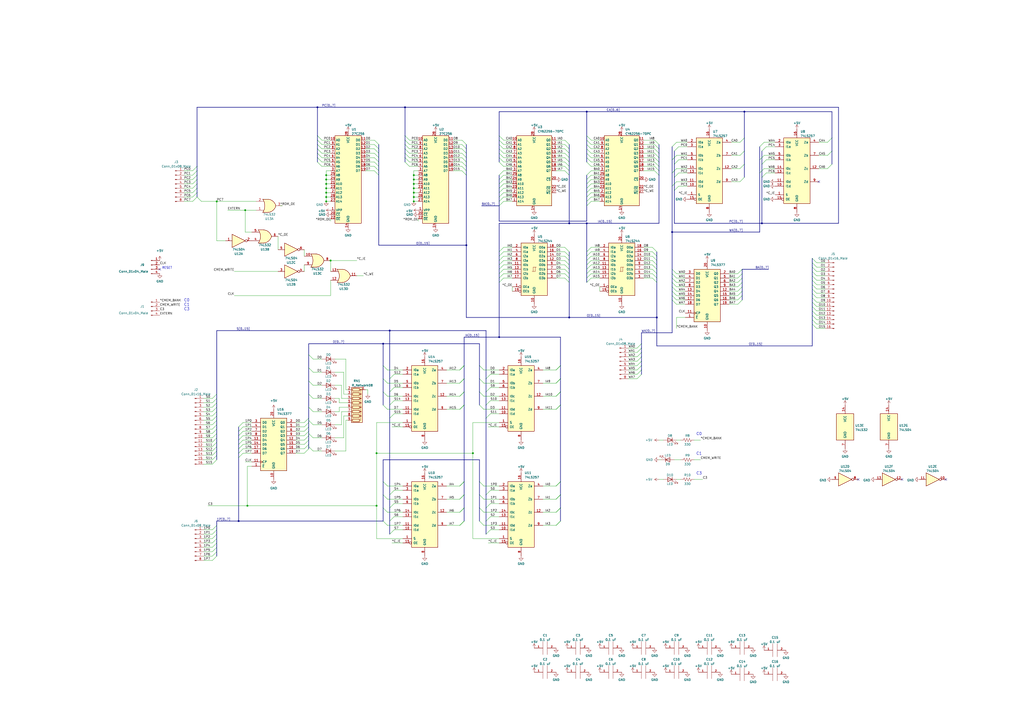
<source format=kicad_sch>
(kicad_sch (version 20211123) (generator eeschema)
  (paper "A2")
  (title_block (title "i281e Code Memory") (date "2024-05-04") (rev "C") (company "i281e Development Group") (comment 1 "Licensed under CERN-OHL-P v2") (comment 2 "Copyright i281e Development Group 2024"))
  (junction (at 240.03 104.14))
  (junction (at 389.89 134.62))
  (junction (at 240.03 111.76))
  (junction (at 191.77 151.13))
  (junction (at 143.51 293.37))
  (junction (at 270.51 142.24))
  (junction (at 340.36 64.77))
  (junction (at 189.23 109.22))
  (junction (at 381 184.15))
  (junction (at 340.36 129.54))
  (junction (at 189.23 116.84))
  (junction (at 441.96 129.54))
  (junction (at 184.15 62.23))
  (junction (at 330.2 129.54))
  (junction (at 226.06 191.77))
  (junction (at 189.23 106.68))
  (junction (at 240.03 109.22))
  (junction (at 218.44 293.37))
  (junction (at 431.8 64.77))
  (junction (at 218.44 262.89))
  (junction (at 234.95 62.23))
  (junction (at 222.25 199.39))
  (junction (at 138.43 302.26))
  (junction (at 189.23 111.76))
  (junction (at 274.32 262.89))
  (junction (at 142.24 121.92))
  (junction (at 240.03 116.84))
  (junction (at 240.03 106.68))
  (junction (at 125.73 116.84))
  (junction (at 289.56 195.58))
  (junction (at 189.23 104.14))
  (junction (at 240.03 101.6))
  (junction (at 330.2 184.15))
  (junction (at 189.23 114.3))
  (junction (at 189.23 101.6))
  (junction (at 240.03 114.3))
  (no_connect (at 548.64 278.13))
  (no_connect (at 474.98 105.41))
  (no_connect (at 92.71 156.21))
  (no_connect (at 497.84 278.13))
  (no_connect (at 523.24 278.13))
  (bus_entry (at 226.06 234.95) (size 2.54 -2.54))
  (bus_entry (at 289.56 104.14) (size 2.54 -2.54))
  (bus_entry (at 340.36 83.82) (size 2.54 2.54))
  (bus_entry (at 381 161.29) (size -2.54 -2.54))
  (bus_entry (at 372.11 204.47) (size -2.54 2.54))
  (bus_entry (at 381 148.59) (size -2.54 -2.54))
  (bus_entry (at 234.95 78.74) (size 2.54 2.54))
  (bus_entry (at 430.53 161.29) (size -2.54 2.54))
  (bus_entry (at 440.69 100.33) (size 2.54 -2.54))
  (bus_entry (at 281.94 309.88) (size 2.54 -2.54))
  (bus_entry (at 278.13 302.26) (size 2.54 2.54))
  (bus_entry (at 269.24 219.71) (size -2.54 2.54))
  (bus_entry (at 114.3 114.3) (size -2.54 2.54))
  (bus_entry (at 372.11 217.17) (size -2.54 2.54))
  (bus_entry (at 381 156.21) (size -2.54 -2.54))
  (bus_entry (at 125.73 309.88) (size -2.54 2.54))
  (bus_entry (at 340.36 93.98) (size 2.54 2.54))
  (bus_entry (at 278.13 294.64) (size 2.54 2.54))
  (bus_entry (at 281.94 219.71) (size 2.54 -2.54))
  (bus_entry (at 269.24 227.33) (size -2.54 2.54))
  (bus_entry (at 431.8 87.63) (size -2.54 2.54))
  (bus_entry (at 340.36 163.83) (size 2.54 -2.54))
  (bus_entry (at 179.07 228.6) (size 2.54 2.54))
  (bus_entry (at 289.56 86.36) (size 2.54 2.54))
  (bus_entry (at 391.16 102.87) (size 2.54 -2.54))
  (bus_entry (at 440.69 85.09) (size 2.54 -2.54))
  (bus_entry (at 330.2 93.98) (size -2.54 -2.54))
  (bus_entry (at 179.07 243.84) (size 2.54 2.54))
  (bus_entry (at 325.12 287.02) (size -2.54 2.54))
  (bus_entry (at 234.95 86.36) (size 2.54 2.54))
  (bus_entry (at 269.24 227.33) (size -2.54 2.54))
  (bus_entry (at 114.3 114.3) (size 2.54 2.54))
  (bus_entry (at 278.13 279.4) (size 2.54 2.54))
  (bus_entry (at 138.43 252.73) (size 2.54 -2.54))
  (bus_entry (at 222.25 287.02) (size 2.54 2.54))
  (bus_entry (at 222.25 279.4) (size 2.54 2.54))
  (bus_entry (at 430.53 158.75) (size -2.54 2.54))
  (bus_entry (at 330.2 156.21) (size -2.54 -2.54))
  (bus_entry (at 281.94 302.26) (size 2.54 -2.54))
  (bus_entry (at 179.07 252.73) (size -2.54 2.54))
  (bus_entry (at 179.07 245.11) (size -2.54 2.54))
  (bus_entry (at 125.73 256.54) (size -2.54 2.54))
  (bus_entry (at 330.2 99.06) (size -2.54 -2.54))
  (bus_entry (at 372.11 207.01) (size -2.54 2.54))
  (bus_entry (at 372.11 214.63) (size -2.54 2.54))
  (bus_entry (at 340.36 106.68) (size 2.54 -2.54))
  (bus_entry (at 372.11 199.39) (size -2.54 2.54))
  (bus_entry (at 289.56 78.74) (size 2.54 2.54))
  (bus_entry (at 138.43 255.27) (size 2.54 -2.54))
  (bus_entry (at 382.27 96.52) (size -2.54 -2.54))
  (bus_entry (at 330.2 148.59) (size -2.54 -2.54))
  (bus_entry (at 325.12 219.71) (size -2.54 2.54))
  (bus_entry (at 441.96 95.25) (size 2.54 -2.54))
  (bus_entry (at 382.27 101.6) (size -2.54 -2.54))
  (bus_entry (at 289.56 109.22) (size 2.54 -2.54))
  (bus_entry (at 138.43 247.65) (size 2.54 -2.54))
  (bus_entry (at 471.17 172.72) (size 2.54 2.54))
  (bus_entry (at 114.3 96.52) (size -2.54 2.54))
  (bus_entry (at 138.43 260.35) (size 2.54 -2.54))
  (bus_entry (at 270.51 86.36) (size -2.54 -2.54))
  (bus_entry (at 372.11 201.93) (size -2.54 2.54))
  (bus_entry (at 389.89 107.95) (size 2.54 -2.54))
  (bus_entry (at 330.2 101.6) (size -2.54 -2.54))
  (bus_entry (at 222.25 234.95) (size 2.54 2.54))
  (bus_entry (at 325.12 279.4) (size -2.54 2.54))
  (bus_entry (at 325.12 227.33) (size -2.54 2.54))
  (bus_entry (at 125.73 304.8) (size -2.54 2.54))
  (bus_entry (at 269.24 294.64) (size -2.54 2.54))
  (bus_entry (at 382.27 99.06) (size -2.54 -2.54))
  (bus_entry (at 278.13 234.95) (size 2.54 2.54))
  (bus_entry (at 179.07 242.57) (size -2.54 2.54))
  (bus_entry (at 471.17 177.8) (size 2.54 2.54))
  (bus_entry (at 125.73 254) (size -2.54 2.54))
  (bus_entry (at 226.06 242.57) (size 2.54 -2.54))
  (bus_entry (at 471.17 160.02) (size 2.54 2.54))
  (bus_entry (at 289.56 91.44) (size 2.54 2.54))
  (bus_entry (at 381 153.67) (size -2.54 -2.54))
  (bus_entry (at 278.13 227.33) (size 2.54 2.54))
  (bus_entry (at 330.2 163.83) (size -2.54 -2.54))
  (bus_entry (at 325.12 287.02) (size -2.54 2.54))
  (bus_entry (at 441.96 102.87) (size 2.54 -2.54))
  (bus_entry (at 289.56 148.59) (size 2.54 -2.54))
  (bus_entry (at 441.96 87.63) (size 2.54 -2.54))
  (bus_entry (at 325.12 219.71) (size -2.54 2.54))
  (bus_entry (at 278.13 219.71) (size 2.54 2.54))
  (bus_entry (at 219.71 96.52) (size -2.54 -2.54))
  (bus_entry (at 325.12 234.95) (size -2.54 2.54))
  (bus_entry (at 125.73 259.08) (size -2.54 2.54))
  (bus_entry (at 471.17 175.26) (size 2.54 2.54))
  (bus_entry (at 179.07 255.27) (size -2.54 2.54))
  (bus_entry (at 340.36 111.76) (size 2.54 -2.54))
  (bus_entry (at 179.07 247.65) (size -2.54 2.54))
  (bus_entry (at 325.12 302.26) (size -2.54 2.54))
  (bus_entry (at 270.51 93.98) (size -2.54 -2.54))
  (bus_entry (at 340.36 78.74) (size 2.54 2.54))
  (bus_entry (at 269.24 279.4) (size -2.54 2.54))
  (bus_entry (at 382.27 83.82) (size -2.54 -2.54))
  (bus_entry (at 325.12 212.09) (size -2.54 2.54))
  (bus_entry (at 430.53 166.37) (size -2.54 2.54))
  (bus_entry (at 219.71 91.44) (size -2.54 -2.54))
  (bus_entry (at 430.53 173.99) (size -2.54 2.54))
  (bus_entry (at 391.16 95.25) (size 2.54 -2.54))
  (bus_entry (at 184.15 86.36) (size 2.54 2.54))
  (bus_entry (at 125.73 266.7) (size -2.54 2.54))
  (bus_entry (at 114.3 106.68) (size -2.54 2.54))
  (bus_entry (at 430.53 156.21) (size -2.54 2.54))
  (bus_entry (at 382.27 88.9) (size -2.54 -2.54))
  (bus_entry (at 269.24 219.71) (size -2.54 2.54))
  (bus_entry (at 184.15 91.44) (size 2.54 2.54))
  (bus_entry (at 184.15 81.28) (size 2.54 2.54))
  (bus_entry (at 340.36 109.22) (size 2.54 -2.54))
  (bus_entry (at 389.89 92.71) (size 2.54 -2.54))
  (bus_entry (at 184.15 88.9) (size 2.54 2.54))
  (bus_entry (at 222.25 302.26) (size 2.54 2.54))
  (bus_entry (at 289.56 156.21) (size 2.54 -2.54))
  (bus_entry (at 289.56 158.75) (size 2.54 -2.54))
  (bus_entry (at 222.25 212.09) (size 2.54 2.54))
  (bus_entry (at 125.73 264.16) (size -2.54 2.54))
  (bus_entry (at 222.25 294.64) (size 2.54 2.54))
  (bus_entry (at 234.95 88.9) (size 2.54 2.54))
  (bus_entry (at 125.73 312.42) (size -2.54 2.54))
  (bus_entry (at 482.6 80.01) (size -2.54 2.54))
  (bus_entry (at 430.53 171.45) (size -2.54 2.54))
  (bus_entry (at 219.71 88.9) (size -2.54 -2.54))
  (bus_entry (at 389.89 85.09) (size 2.54 -2.54))
  (bus_entry (at 340.36 86.36) (size 2.54 2.54))
  (bus_entry (at 234.95 91.44) (size 2.54 2.54))
  (bus_entry (at 114.3 111.76) (size -2.54 2.54))
  (bus_entry (at 330.2 158.75) (size -2.54 -2.54))
  (bus_entry (at 389.89 163.83) (size 2.54 2.54))
  (bus_entry (at 340.36 119.38) (size 2.54 -2.54))
  (bus_entry (at 184.15 93.98) (size 2.54 2.54))
  (bus_entry (at 440.69 92.71) (size 2.54 -2.54))
  (bus_entry (at 270.51 83.82) (size -2.54 -2.54))
  (bus_entry (at 325.12 234.95) (size -2.54 2.54))
  (bus_entry (at 219.71 83.82) (size -2.54 -2.54))
  (bus_entry (at 269.24 302.26) (size -2.54 2.54))
  (bus_entry (at 125.73 261.62) (size -2.54 2.54))
  (bus_entry (at 389.89 168.91) (size 2.54 2.54))
  (bus_entry (at 471.17 152.4) (size 2.54 2.54))
  (bus_entry (at 325.12 302.26) (size -2.54 2.54))
  (bus_entry (at 382.27 86.36) (size -2.54 -2.54))
  (bus_entry (at 125.73 251.46) (size -2.54 2.54))
  (bus_entry (at 125.73 314.96) (size -2.54 2.54))
  (bus_entry (at 330.2 83.82) (size -2.54 -2.54))
  (bus_entry (at 179.07 257.81) (size -2.54 2.54))
  (bus_entry (at 179.07 251.46) (size 2.54 2.54))
  (bus_entry (at 125.73 233.68) (size -2.54 2.54))
  (bus_entry (at 325.12 279.4) (size -2.54 2.54))
  (bus_entry (at 381 163.83) (size -2.54 -2.54))
  (bus_entry (at 471.17 185.42) (size 2.54 2.54))
  (bus_entry (at 269.24 279.4) (size -2.54 2.54))
  (bus_entry (at 179.07 205.74) (size 2.54 2.54))
  (bus_entry (at 389.89 166.37) (size 2.54 2.54))
  (bus_entry (at 125.73 246.38) (size -2.54 2.54))
  (bus_entry (at 269.24 287.02) (size -2.54 2.54))
  (bus_entry (at 289.56 111.76) (size 2.54 -2.54))
  (bus_entry (at 391.16 110.49) (size 2.54 -2.54))
  (bus_entry (at 471.17 162.56) (size 2.54 2.54))
  (bus_entry (at 340.36 104.14) (size 2.54 -2.54))
  (bus_entry (at 269.24 287.02) (size -2.54 2.54))
  (bus_entry (at 219.71 101.6) (size -2.54 -2.54))
  (bus_entry (at 281.94 242.57) (size 2.54 -2.54))
  (bus_entry (at 340.36 161.29) (size 2.54 -2.54))
  (bus_entry (at 330.2 91.44) (size -2.54 -2.54))
  (bus_entry (at 381 151.13) (size -2.54 -2.54))
  (bus_entry (at 270.51 99.06) (size -2.54 -2.54))
  (bus_entry (at 289.56 116.84) (size 2.54 -2.54))
  (bus_entry (at 471.17 170.18) (size 2.54 2.54))
  (bus_entry (at 269.24 234.95) (size -2.54 2.54))
  (bus_entry (at 281.94 287.02) (size 2.54 -2.54))
  (bus_entry (at 184.15 78.74) (size 2.54 2.54))
  (bus_entry (at 234.95 93.98) (size 2.54 2.54))
  (bus_entry (at 382.27 93.98) (size -2.54 -2.54))
  (bus_entry (at 372.11 209.55) (size -2.54 2.54))
  (bus_entry (at 340.36 81.28) (size 2.54 2.54))
  (bus_entry (at 184.15 83.82) (size 2.54 2.54))
  (bus_entry (at 325.12 212.09) (size -2.54 2.54))
  (bus_entry (at 325.12 294.64) (size -2.54 2.54))
  (bus_entry (at 340.36 146.05) (size 2.54 -2.54))
  (bus_entry (at 125.73 241.3) (size -2.54 2.54))
  (bus_entry (at 125.73 322.58) (size -2.54 2.54))
  (bus_entry (at 278.13 287.02) (size 2.54 2.54))
  (bus_entry (at 138.43 265.43) (size 2.54 -2.54))
  (bus_entry (at 330.2 153.67) (size -2.54 -2.54))
  (bus_entry (at 330.2 151.13) (size -2.54 -2.54))
  (bus_entry (at 226.06 309.88) (size 2.54 -2.54))
  (bus_entry (at 340.36 148.59) (size 2.54 -2.54))
  (bus_entry (at 325.12 294.64) (size -2.54 2.54))
  (bus_entry (at 281.94 234.95) (size 2.54 -2.54))
  (bus_entry (at 269.24 302.26) (size -2.54 2.54))
  (bus_entry (at 125.73 236.22) (size -2.54 2.54))
  (bus_entry (at 330.2 88.9) (size -2.54 -2.54))
  (bus_entry (at 340.36 153.67) (size 2.54 -2.54))
  (bus_entry (at 431.8 80.01) (size -2.54 2.54))
  (bus_entry (at 289.56 119.38) (size 2.54 -2.54))
  (bus_entry (at 270.51 88.9) (size -2.54 -2.54))
  (bus_entry (at 289.56 93.98) (size 2.54 2.54))
  (bus_entry (at 289.56 106.68) (size 2.54 -2.54))
  (bus_entry (at 431.8 102.87) (size -2.54 2.54))
  (bus_entry (at 125.73 307.34) (size -2.54 2.54))
  (bus_entry (at 340.36 91.44) (size 2.54 2.54))
  (bus_entry (at 430.53 163.83) (size -2.54 2.54))
  (bus_entry (at 234.95 81.28) (size 2.54 2.54))
  (bus_entry (at 381 158.75) (size -2.54 -2.54))
  (bus_entry (at 222.25 219.71) (size 2.54 2.54))
  (bus_entry (at 471.17 149.86) (size 2.54 2.54))
  (bus_entry (at 471.17 165.1) (size 2.54 2.54))
  (bus_entry (at 471.17 157.48) (size 2.54 2.54))
  (bus_entry (at 219.71 99.06) (size -2.54 -2.54))
  (bus_entry (at 289.56 83.82) (size 2.54 2.54))
  (bus_entry (at 389.89 158.75) (size 2.54 2.54))
  (bus_entry (at 270.51 96.52) (size -2.54 -2.54))
  (bus_entry (at 125.73 238.76) (size -2.54 2.54))
  (bus_entry (at 226.06 219.71) (size 2.54 -2.54))
  (bus_entry (at 226.06 287.02) (size 2.54 -2.54))
  (bus_entry (at 471.17 167.64) (size 2.54 2.54))
  (bus_entry (at 471.17 154.94) (size 2.54 2.54))
  (bus_entry (at 269.24 212.09) (size -2.54 2.54))
  (bus_entry (at 330.2 96.52) (size -2.54 -2.54))
  (bus_entry (at 482.6 87.63) (size -2.54 2.54))
  (bus_entry (at 389.89 173.99) (size 2.54 2.54))
  (bus_entry (at 234.95 83.82) (size 2.54 2.54))
  (bus_entry (at 391.16 87.63) (size 2.54 -2.54))
  (bus_entry (at 226.06 294.64) (size 2.54 -2.54))
  (bus_entry (at 471.17 182.88) (size 2.54 2.54))
  (bus_entry (at 289.56 101.6) (size 2.54 -2.54))
  (bus_entry (at 330.2 86.36) (size -2.54 -2.54))
  (bus_entry (at 431.8 95.25) (size -2.54 2.54))
  (bus_entry (at 278.13 212.09) (size 2.54 2.54))
  (bus_entry (at 179.07 259.08) (size 2.54 2.54))
  (bus_entry (at 471.17 180.34) (size 2.54 2.54))
  (bus_entry (at 269.24 212.09) (size -2.54 2.54))
  (bus_entry (at 125.73 228.6) (size -2.54 2.54))
  (bus_entry (at 179.07 213.36) (size 2.54 2.54))
  (bus_entry (at 125.73 317.5) (size -2.54 2.54))
  (bus_entry (at 340.36 156.21) (size 2.54 -2.54))
  (bus_entry (at 270.51 101.6) (size -2.54 -2.54))
  (bus_entry (at 340.36 116.84) (size 2.54 -2.54))
  (bus_entry (at 281.94 227.33) (size 2.54 -2.54))
  (bus_entry (at 179.07 236.22) (size 2.54 2.54))
  (bus_entry (at 381 146.05) (size -2.54 -2.54))
  (bus_entry (at 340.36 151.13) (size 2.54 -2.54))
  (bus_entry (at 289.56 151.13) (size 2.54 -2.54))
  (bus_entry (at 340.36 114.3) (size 2.54 -2.54))
  (bus_entry (at 270.51 91.44) (size -2.54 -2.54))
  (bus_entry (at 372.11 212.09) (size -2.54 2.54))
  (bus_entry (at 289.56 81.28) (size 2.54 2.54))
  (bus_entry (at 269.24 294.64) (size -2.54 2.54))
  (bus_entry (at 125.73 231.14) (size -2.54 2.54))
  (bus_entry (at 330.2 146.05) (size -2.54 -2.54))
  (bus_entry (at 382.27 91.44) (size -2.54 -2.54))
  (bus_entry (at 125.73 248.92) (size -2.54 2.54))
  (bus_entry (at 471.17 187.96) (size 2.54 2.54))
  (bus_entry (at 226.06 302.26) (size 2.54 -2.54))
  (bus_entry (at 325.12 227.33) (size -2.54 2.54))
  (bus_entry (at 138.43 250.19) (size 2.54 -2.54))
  (bus_entry (at 222.25 227.33) (size 2.54 2.54))
  (bus_entry (at 114.3 109.22) (size -2.54 2.54))
  (bus_entry (at 340.36 101.6) (size 2.54 -2.54))
  (bus_entry (at 389.89 161.29) (size 2.54 2.54))
  (bus_entry (at 114.3 101.6) (size -2.54 2.54))
  (bus_entry (at 226.06 227.33) (size 2.54 -2.54))
  (bus_entry (at 138.43 257.81) (size 2.54 -2.54))
  (bus_entry (at 289.56 114.3) (size 2.54 -2.54))
  (bus_entry (at 114.3 99.06) (size -2.54 2.54))
  (bus_entry (at 289.56 161.29) (size 2.54 -2.54))
  (bus_entry (at 289.56 153.67) (size 2.54 -2.54))
  (bus_entry (at 340.36 158.75) (size 2.54 -2.54))
  (bus_entry (at 281.94 294.64) (size 2.54 -2.54))
  (bus_entry (at 289.56 88.9) (size 2.54 2.54))
  (bus_entry (at 125.73 320.04) (size -2.54 2.54))
  (bus_entry (at 389.89 171.45) (size 2.54 2.54))
  (bus_entry (at 389.89 100.33) (size 2.54 -2.54))
  (bus_entry (at 289.56 163.83) (size 2.54 -2.54))
  (bus_entry (at 269.24 234.95) (size -2.54 2.54))
  (bus_entry (at 125.73 243.84) (size -2.54 2.54))
  (bus_entry (at 179.07 220.98) (size 2.54 2.54))
  (bus_entry (at 340.36 88.9) (size 2.54 2.54))
  (bus_entry (at 179.07 250.19) (size -2.54 2.54))
  (bus_entry (at 389.89 156.21) (size 2.54 2.54))
  (bus_entry (at 482.6 95.25) (size -2.54 2.54))
  (bus_entry (at 330.2 161.29) (size -2.54 -2.54))
  (bus_entry (at 430.53 168.91) (size -2.54 2.54))
  (bus_entry (at 219.71 93.98) (size -2.54 -2.54))
  (bus_entry (at 179.07 260.35) (size -2.54 2.54))
  (bus_entry (at 138.43 262.89) (size 2.54 -2.54))
  (bus_entry (at 219.71 86.36) (size -2.54 -2.54))
  (bus_entry (at 289.56 146.05) (size 2.54 -2.54))
  (bus_entry (at 114.3 104.14) (size -2.54 2.54))
  (wire (pts (xy 292.1 109.22) (xy 297.18 109.22)))
  (wire (pts (xy 118.11 238.76) (xy 123.19 238.76)))
  (bus (pts (xy 430.53 163.83) (xy 430.53 161.29)))
  (bus (pts (xy 471.17 160.02) (xy 471.17 162.56)))
  (wire (pts (xy 228.6 240.03) (xy 233.68 240.03)))
  (wire (pts (xy 199.39 215.9) (xy 199.39 228.6)))
  (bus (pts (xy 179.07 257.81) (xy 179.07 259.08)))
  (wire (pts (xy 292.1 114.3) (xy 297.18 114.3)))
  (wire (pts (xy 176.53 148.59) (xy 176.53 144.78)))
  (bus (pts (xy 278.13 227.33) (xy 278.13 234.95)))
  (bus (pts (xy 471.17 182.88) (xy 471.17 185.42)))
  (bus (pts (xy 289.56 86.36) (xy 289.56 88.9)))
  (bus (pts (xy 138.43 260.35) (xy 138.43 257.81)))
  (wire (pts (xy 402.59 266.7) (xy 406.4 266.7)))
  (wire (pts (xy 171.45 252.73) (xy 176.53 252.73)))
  (wire (pts (xy 118.11 261.62) (xy 123.19 261.62)))
  (bus (pts (xy 482.6 64.77) (xy 431.8 64.77)))
  (wire (pts (xy 392.43 97.79) (xy 398.78 97.79)))
  (wire (pts (xy 280.67 281.94) (xy 289.56 281.94)))
  (wire (pts (xy 200.66 208.28) (xy 200.66 226.06)))
  (wire (pts (xy 292.1 148.59) (xy 297.18 148.59)))
  (wire (pts (xy 373.38 143.51) (xy 378.46 143.51)))
  (bus (pts (xy 372.11 207.01) (xy 372.11 209.55)))
  (wire (pts (xy 146.05 255.27) (xy 140.97 255.27)))
  (bus (pts (xy 184.15 62.23) (xy 184.15 78.74)))
  (wire (pts (xy 224.79 304.8) (xy 233.68 304.8)))
  (wire (pts (xy 280.67 229.87) (xy 289.56 229.87)))
  (wire (pts (xy 118.11 325.12) (xy 123.19 325.12)))
  (bus (pts (xy 114.3 62.23) (xy 114.3 96.52)))
  (wire (pts (xy 212.09 96.52) (xy 217.17 96.52)))
  (wire (pts (xy 200.66 226.06) (xy 201.93 226.06)))
  (bus (pts (xy 222.25 279.4) (xy 222.25 287.02)))
  (wire (pts (xy 322.58 83.82) (xy 327.66 83.82)))
  (bus (pts (xy 125.73 264.16) (xy 125.73 266.7)))
  (bus (pts (xy 340.36 91.44) (xy 340.36 88.9)))
  (bus (pts (xy 389.89 92.71) (xy 389.89 100.33)))
  (bus (pts (xy 184.15 91.44) (xy 184.15 93.98)))
  (wire (pts (xy 322.58 91.44) (xy 327.66 91.44)))
  (wire (pts (xy 422.91 171.45) (xy 427.99 171.45)))
  (wire (pts (xy 196.85 231.14) (xy 196.85 233.68)))
  (bus (pts (xy 340.36 129.54) (xy 340.36 146.05)))
  (wire (pts (xy 364.49 207.01) (xy 369.57 207.01)))
  (bus (pts (xy 125.73 191.77) (xy 226.06 191.77)))
  (bus (pts (xy 222.25 212.09) (xy 222.25 219.71)))
  (wire (pts (xy 194.31 223.52) (xy 198.12 223.52)))
  (wire (pts (xy 212.09 81.28) (xy 217.17 81.28)))
  (bus (pts (xy 289.56 146.05) (xy 289.56 148.59)))
  (wire (pts (xy 106.68 109.22) (xy 111.76 109.22)))
  (wire (pts (xy 118.11 243.84) (xy 123.19 243.84)))
  (wire (pts (xy 392.43 184.15) (xy 392.43 190.5)))
  (wire (pts (xy 237.49 96.52) (xy 242.57 96.52)))
  (bus (pts (xy 269.24 234.95) (xy 269.24 279.4)))
  (bus (pts (xy 234.95 91.44) (xy 234.95 93.98)))
  (bus (pts (xy 471.17 157.48) (xy 471.17 160.02)))
  (bus (pts (xy 289.56 161.29) (xy 289.56 163.83)))
  (bus (pts (xy 289.56 151.13) (xy 289.56 153.67)))
  (wire (pts (xy 163.83 119.38) (xy 162.56 119.38)))
  (bus (pts (xy 440.69 92.71) (xy 440.69 100.33)))
  (bus (pts (xy 382.27 86.36) (xy 382.27 88.9)))
  (wire (pts (xy 262.89 81.28) (xy 267.97 81.28)))
  (bus (pts (xy 289.56 104.14) (xy 289.56 106.68)))
  (wire (pts (xy 392.43 173.99) (xy 397.51 173.99)))
  (wire (pts (xy 262.89 91.44) (xy 267.97 91.44)))
  (wire (pts (xy 228.6 232.41) (xy 233.68 232.41)))
  (wire (pts (xy 342.9 156.21) (xy 347.98 156.21)))
  (bus (pts (xy 330.2 96.52) (xy 330.2 99.06)))
  (wire (pts (xy 373.38 83.82) (xy 379.73 83.82)))
  (wire (pts (xy 200.66 243.84) (xy 201.93 243.84)))
  (bus (pts (xy 289.56 91.44) (xy 289.56 93.98)))
  (wire (pts (xy 237.49 91.44) (xy 242.57 91.44)))
  (bus (pts (xy 125.73 256.54) (xy 125.73 259.08)))
  (wire (pts (xy 224.79 229.87) (xy 233.68 229.87)))
  (bus (pts (xy 278.13 279.4) (xy 278.13 287.02)))
  (bus (pts (xy 430.53 173.99) (xy 430.53 171.45)))
  (wire (pts (xy 191.77 111.76) (xy 189.23 111.76)))
  (bus (pts (xy 330.2 101.6) (xy 330.2 129.54)))
  (wire (pts (xy 198.12 246.38) (xy 198.12 238.76)))
  (bus (pts (xy 289.56 163.83) (xy 289.56 195.58)))
  (bus (pts (xy 330.2 153.67) (xy 330.2 156.21)))
  (wire (pts (xy 135.89 157.48) (xy 161.29 157.48)))
  (wire (pts (xy 212.09 226.06) (xy 213.36 226.06)))
  (bus (pts (xy 179.07 245.11) (xy 179.07 247.65)))
  (wire (pts (xy 186.69 231.14) (xy 181.61 231.14)))
  (wire (pts (xy 284.48 299.72) (xy 289.56 299.72)))
  (bus (pts (xy 184.15 81.28) (xy 184.15 83.82)))
  (wire (pts (xy 240.03 101.6) (xy 240.03 104.14)))
  (bus (pts (xy 269.24 287.02) (xy 269.24 294.64)))
  (bus (pts (xy 381 146.05) (xy 381 148.59)))
  (bus (pts (xy 340.36 151.13) (xy 340.36 153.67)))
  (bus (pts (xy 389.89 163.83) (xy 389.89 166.37)))
  (bus (pts (xy 226.06 227.33) (xy 226.06 219.71)))
  (bus (pts (xy 125.73 309.88) (xy 125.73 312.42)))
  (wire (pts (xy 392.43 171.45) (xy 397.51 171.45)))
  (bus (pts (xy 125.73 241.3) (xy 125.73 243.84)))
  (bus (pts (xy 441.96 95.25) (xy 441.96 102.87)))
  (wire (pts (xy 422.91 176.53) (xy 427.99 176.53)))
  (wire (pts (xy 392.43 168.91) (xy 397.51 168.91)))
  (wire (pts (xy 240.03 109.22) (xy 240.03 111.76)))
  (wire (pts (xy 373.38 81.28) (xy 379.73 81.28)))
  (wire (pts (xy 135.89 171.45) (xy 191.77 171.45)))
  (bus (pts (xy 430.53 161.29) (xy 430.53 158.75)))
  (wire (pts (xy 314.96 222.25) (xy 322.58 222.25)))
  (wire (pts (xy 224.79 297.18) (xy 233.68 297.18)))
  (bus (pts (xy 289.56 64.77) (xy 289.56 78.74)))
  (bus (pts (xy 340.36 111.76) (xy 340.36 114.3)))
  (wire (pts (xy 218.44 262.89) (xy 218.44 245.11)))
  (bus (pts (xy 441.96 102.87) (xy 441.96 129.54)))
  (wire (pts (xy 292.1 151.13) (xy 297.18 151.13)))
  (wire (pts (xy 393.7 85.09) (xy 398.78 85.09)))
  (wire (pts (xy 393.7 92.71) (xy 398.78 92.71)))
  (wire (pts (xy 240.03 111.76) (xy 240.03 114.3)))
  (wire (pts (xy 146.05 245.11) (xy 140.97 245.11)))
  (wire (pts (xy 424.18 97.79) (xy 429.26 97.79)))
  (wire (pts (xy 259.08 214.63) (xy 266.7 214.63)))
  (wire (pts (xy 189.23 109.22) (xy 189.23 111.76)))
  (bus (pts (xy 340.36 119.38) (xy 340.36 128.27)))
  (bus (pts (xy 179.07 213.36) (xy 179.07 205.74)))
  (wire (pts (xy 118.11 322.58) (xy 123.19 322.58)))
  (wire (pts (xy 118.11 309.88) (xy 123.19 309.88)))
  (bus (pts (xy 382.27 83.82) (xy 382.27 86.36)))
  (bus (pts (xy 270.51 83.82) (xy 270.51 86.36)))
  (bus (pts (xy 431.8 95.25) (xy 431.8 102.87)))
  (wire (pts (xy 424.18 105.41) (xy 429.26 105.41)))
  (wire (pts (xy 342.9 109.22) (xy 347.98 109.22)))
  (wire (pts (xy 191.77 106.68) (xy 189.23 106.68)))
  (bus (pts (xy 330.2 184.15) (xy 381 184.15)))
  (bus (pts (xy 269.24 294.64) (xy 269.24 302.26)))
  (bus (pts (xy 325.12 212.09) (xy 325.12 219.71)))
  (bus (pts (xy 281.94 227.33) (xy 281.94 219.71)))
  (wire (pts (xy 146.05 270.51) (xy 143.51 270.51)))
  (wire (pts (xy 392.43 163.83) (xy 397.51 163.83)))
  (wire (pts (xy 237.49 93.98) (xy 242.57 93.98)))
  (bus (pts (xy 219.71 96.52) (xy 219.71 99.06)))
  (wire (pts (xy 292.1 161.29) (xy 297.18 161.29)))
  (wire (pts (xy 274.32 312.42) (xy 274.32 262.89)))
  (bus (pts (xy 219.71 86.36) (xy 219.71 88.9)))
  (wire (pts (xy 218.44 262.89) (xy 218.44 293.37)))
  (bus (pts (xy 430.53 171.45) (xy 430.53 168.91)))
  (bus (pts (xy 330.2 129.54) (xy 289.56 129.54)))
  (wire (pts (xy 186.69 246.38) (xy 181.61 246.38)))
  (wire (pts (xy 393.7 107.95) (xy 398.78 107.95)))
  (wire (pts (xy 314.96 297.18) (xy 322.58 297.18)))
  (wire (pts (xy 262.89 83.82) (xy 267.97 83.82)))
  (bus (pts (xy 269.24 212.09) (xy 269.24 219.71)))
  (wire (pts (xy 186.69 81.28) (xy 191.77 81.28)))
  (bus (pts (xy 372.11 209.55) (xy 372.11 212.09)))
  (bus (pts (xy 372.11 193.04) (xy 372.11 199.39)))
  (wire (pts (xy 342.9 104.14) (xy 347.98 104.14)))
  (bus (pts (xy 430.53 168.91) (xy 430.53 166.37)))
  (bus (pts (xy 125.73 228.6) (xy 125.73 231.14)))
  (wire (pts (xy 189.23 114.3) (xy 189.23 116.84)))
  (bus (pts (xy 440.69 85.09) (xy 440.69 92.71)))
  (bus (pts (xy 270.51 93.98) (xy 270.51 96.52)))
  (bus (pts (xy 281.94 287.02) (xy 281.94 294.64)))
  (bus (pts (xy 179.07 220.98) (xy 179.07 213.36)))
  (bus (pts (xy 234.95 86.36) (xy 234.95 88.9)))
  (bus (pts (xy 381 153.67) (xy 381 156.21)))
  (bus (pts (xy 389.89 173.99) (xy 389.89 193.04)))
  (bus (pts (xy 471.17 165.1) (xy 471.17 167.64)))
  (wire (pts (xy 242.57 104.14) (xy 240.03 104.14)))
  (wire (pts (xy 224.79 214.63) (xy 233.68 214.63)))
  (wire (pts (xy 176.53 157.48) (xy 176.53 153.67)))
  (bus (pts (xy 279.4 119.38) (xy 289.56 119.38)))
  (bus (pts (xy 471.17 152.4) (xy 471.17 154.94)))
  (wire (pts (xy 212.09 88.9) (xy 217.17 88.9)))
  (bus (pts (xy 431.8 64.77) (xy 431.8 80.01)))
  (wire (pts (xy 342.9 146.05) (xy 347.98 146.05)))
  (bus (pts (xy 270.51 184.15) (xy 330.2 184.15)))
  (wire (pts (xy 443.23 82.55) (xy 449.58 82.55)))
  (bus (pts (xy 114.3 111.76) (xy 114.3 114.3)))
  (wire (pts (xy 283.21 314.96) (xy 289.56 314.96)))
  (wire (pts (xy 191.77 157.48) (xy 191.77 151.13)))
  (wire (pts (xy 224.79 289.56) (xy 233.68 289.56)))
  (bus (pts (xy 278.13 287.02) (xy 278.13 294.64)))
  (bus (pts (xy 179.07 243.84) (xy 179.07 245.11)))
  (bus (pts (xy 222.25 199.39) (xy 278.13 199.39)))
  (wire (pts (xy 292.1 99.06) (xy 297.18 99.06)))
  (bus (pts (xy 389.89 166.37) (xy 389.89 168.91)))
  (bus (pts (xy 340.36 128.27) (xy 289.56 128.27)))
  (wire (pts (xy 322.58 81.28) (xy 327.66 81.28)))
  (bus (pts (xy 138.43 250.19) (xy 138.43 247.65)))
  (wire (pts (xy 474.98 97.79) (xy 480.06 97.79)))
  (wire (pts (xy 228.6 284.48) (xy 233.68 284.48)))
  (bus (pts (xy 325.12 195.58) (xy 325.12 212.09)))
  (wire (pts (xy 392.43 166.37) (xy 397.51 166.37)))
  (wire (pts (xy 242.57 114.3) (xy 240.03 114.3)))
  (wire (pts (xy 444.5 92.71) (xy 449.58 92.71)))
  (wire (pts (xy 364.49 212.09) (xy 369.57 212.09)))
  (bus (pts (xy 234.95 88.9) (xy 234.95 91.44)))
  (wire (pts (xy 364.49 217.17) (xy 369.57 217.17)))
  (wire (pts (xy 171.45 247.65) (xy 176.53 247.65)))
  (bus (pts (xy 330.2 163.83) (xy 330.2 184.15)))
  (bus (pts (xy 125.73 248.92) (xy 125.73 251.46)))
  (wire (pts (xy 392.43 255.27) (xy 394.97 255.27)))
  (bus (pts (xy 382.27 91.44) (xy 382.27 93.98)))
  (wire (pts (xy 322.58 153.67) (xy 327.66 153.67)))
  (bus (pts (xy 269.24 195.58) (xy 289.56 195.58)))
  (bus (pts (xy 431.8 87.63) (xy 431.8 95.25)))
  (bus (pts (xy 391.16 87.63) (xy 391.16 95.25)))
  (wire (pts (xy 342.9 86.36) (xy 347.98 86.36)))
  (wire (pts (xy 186.69 254) (xy 181.61 254)))
  (bus (pts (xy 340.36 153.67) (xy 340.36 156.21)))
  (bus (pts (xy 219.71 91.44) (xy 219.71 93.98)))
  (wire (pts (xy 373.38 161.29) (xy 378.46 161.29)))
  (bus (pts (xy 125.73 233.68) (xy 125.73 236.22)))
  (wire (pts (xy 322.58 156.21) (xy 327.66 156.21)))
  (wire (pts (xy 171.45 255.27) (xy 176.53 255.27)))
  (bus (pts (xy 289.56 81.28) (xy 289.56 83.82)))
  (wire (pts (xy 443.23 97.79) (xy 449.58 97.79)))
  (bus (pts (xy 330.2 99.06) (xy 330.2 101.6)))
  (wire (pts (xy 227.33 247.65) (xy 233.68 247.65)))
  (wire (pts (xy 240.03 106.68) (xy 240.03 109.22)))
  (wire (pts (xy 118.11 269.24) (xy 123.19 269.24)))
  (wire (pts (xy 292.1 143.51) (xy 297.18 143.51)))
  (bus (pts (xy 372.11 201.93) (xy 372.11 204.47)))
  (wire (pts (xy 171.45 257.81) (xy 176.53 257.81)))
  (wire (pts (xy 242.57 99.06) (xy 240.03 99.06)))
  (bus (pts (xy 114.3 96.52) (xy 114.3 99.06)))
  (wire (pts (xy 322.58 151.13) (xy 327.66 151.13)))
  (wire (pts (xy 218.44 245.11) (xy 233.68 245.11)))
  (wire (pts (xy 322.58 148.59) (xy 327.66 148.59)))
  (bus (pts (xy 226.06 234.95) (xy 226.06 227.33)))
  (wire (pts (xy 194.31 215.9) (xy 199.39 215.9)))
  (bus (pts (xy 340.36 106.68) (xy 340.36 109.22)))
  (bus (pts (xy 289.56 83.82) (xy 289.56 86.36)))
  (bus (pts (xy 125.73 246.38) (xy 125.73 248.92)))
  (wire (pts (xy 189.23 99.06) (xy 189.23 101.6)))
  (bus (pts (xy 330.2 88.9) (xy 330.2 91.44)))
  (bus (pts (xy 382.27 101.6) (xy 382.27 129.54)))
  (bus (pts (xy 389.89 158.75) (xy 389.89 156.21)))
  (wire (pts (xy 284.48 292.1) (xy 289.56 292.1)))
  (bus (pts (xy 281.94 242.57) (xy 281.94 287.02)))
  (bus (pts (xy 325.12 279.4) (xy 325.12 287.02)))
  (bus (pts (xy 234.95 62.23) (xy 234.95 78.74)))
  (bus (pts (xy 184.15 88.9) (xy 184.15 91.44)))
  (bus (pts (xy 381 161.29) (xy 381 163.83)))
  (bus (pts (xy 340.36 64.77) (xy 289.56 64.77)))
  (bus (pts (xy 125.73 259.08) (xy 125.73 261.62)))
  (bus (pts (xy 226.06 302.26) (xy 226.06 294.64)))
  (wire (pts (xy 262.89 96.52) (xy 267.97 96.52)))
  (wire (pts (xy 118.11 256.54) (xy 123.19 256.54)))
  (bus (pts (xy 431.8 80.01) (xy 431.8 87.63)))
  (bus (pts (xy 471.17 175.26) (xy 471.17 177.8)))
  (bus (pts (xy 138.43 302.26) (xy 222.25 302.26)))
  (bus (pts (xy 471.17 180.34) (xy 471.17 182.88)))
  (wire (pts (xy 171.45 262.89) (xy 176.53 262.89)))
  (bus (pts (xy 381 163.83) (xy 381 184.15)))
  (wire (pts (xy 280.67 222.25) (xy 289.56 222.25)))
  (wire (pts (xy 146.05 260.35) (xy 140.97 260.35)))
  (wire (pts (xy 199.39 241.3) (xy 201.93 241.3)))
  (wire (pts (xy 118.11 231.14) (xy 123.19 231.14)))
  (wire (pts (xy 118.11 312.42) (xy 123.19 312.42)))
  (bus (pts (xy 222.25 227.33) (xy 222.25 234.95)))
  (wire (pts (xy 198.12 231.14) (xy 201.93 231.14)))
  (wire (pts (xy 292.1 91.44) (xy 297.18 91.44)))
  (bus (pts (xy 325.12 219.71) (xy 325.12 227.33)))
  (bus (pts (xy 270.51 86.36) (xy 270.51 88.9)))
  (bus (pts (xy 389.89 171.45) (xy 389.89 168.91)))
  (bus (pts (xy 381 151.13) (xy 381 153.67)))
  (wire (pts (xy 322.58 88.9) (xy 327.66 88.9)))
  (bus (pts (xy 389.89 134.62) (xy 440.69 134.62)))
  (wire (pts (xy 106.68 116.84) (xy 111.76 116.84)))
  (bus (pts (xy 179.07 199.39) (xy 222.25 199.39)))
  (wire (pts (xy 132.08 121.92) (xy 142.24 121.92)))
  (wire (pts (xy 474.98 90.17) (xy 480.06 90.17)))
  (bus (pts (xy 269.24 219.71) (xy 269.24 227.33)))
  (bus (pts (xy 184.15 83.82) (xy 184.15 86.36)))
  (wire (pts (xy 200.66 261.62) (xy 200.66 243.84)))
  (wire (pts (xy 240.03 104.14) (xy 240.03 106.68)))
  (bus (pts (xy 471.17 172.72) (xy 471.17 175.26)))
  (wire (pts (xy 292.1 81.28) (xy 297.18 81.28)))
  (wire (pts (xy 228.6 224.79) (xy 233.68 224.79)))
  (wire (pts (xy 118.11 259.08) (xy 123.19 259.08)))
  (bus (pts (xy 340.36 86.36) (xy 340.36 83.82)))
  (wire (pts (xy 259.08 304.8) (xy 266.7 304.8)))
  (wire (pts (xy 292.1 101.6) (xy 297.18 101.6)))
  (bus (pts (xy 281.94 234.95) (xy 281.94 242.57)))
  (bus (pts (xy 125.73 302.26) (xy 138.43 302.26)))
  (wire (pts (xy 237.49 83.82) (xy 242.57 83.82)))
  (bus (pts (xy 325.12 294.64) (xy 325.12 302.26)))
  (wire (pts (xy 322.58 96.52) (xy 327.66 96.52)))
  (bus (pts (xy 382.27 96.52) (xy 382.27 99.06)))
  (bus (pts (xy 138.43 257.81) (xy 138.43 255.27)))
  (bus (pts (xy 234.95 62.23) (xy 184.15 62.23)))
  (bus (pts (xy 325.12 227.33) (xy 325.12 234.95)))
  (bus (pts (xy 234.95 83.82) (xy 234.95 86.36)))
  (wire (pts (xy 342.9 96.52) (xy 347.98 96.52)))
  (bus (pts (xy 281.94 309.88) (xy 281.94 302.26)))
  (bus (pts (xy 289.56 129.54) (xy 289.56 146.05)))
  (bus (pts (xy 340.36 78.74) (xy 340.36 64.77)))
  (bus (pts (xy 226.06 234.95) (xy 226.06 242.57)))
  (wire (pts (xy 373.38 156.21) (xy 378.46 156.21)))
  (wire (pts (xy 186.69 96.52) (xy 191.77 96.52)))
  (bus (pts (xy 219.71 93.98) (xy 219.71 96.52)))
  (wire (pts (xy 280.67 237.49) (xy 289.56 237.49)))
  (wire (pts (xy 189.23 111.76) (xy 189.23 114.3)))
  (bus (pts (xy 125.73 228.6) (xy 125.73 191.77)))
  (wire (pts (xy 125.73 116.84) (xy 148.59 116.84)))
  (wire (pts (xy 146.05 252.73) (xy 140.97 252.73)))
  (wire (pts (xy 196.85 238.76) (xy 196.85 236.22)))
  (bus (pts (xy 330.2 156.21) (xy 330.2 158.75)))
  (wire (pts (xy 342.9 143.51) (xy 347.98 143.51)))
  (bus (pts (xy 340.36 93.98) (xy 340.36 91.44)))
  (bus (pts (xy 179.07 205.74) (xy 179.07 199.39)))
  (bus (pts (xy 114.3 109.22) (xy 114.3 111.76)))
  (bus (pts (xy 382.27 93.98) (xy 382.27 96.52)))
  (wire (pts (xy 373.38 146.05) (xy 378.46 146.05)))
  (bus (pts (xy 340.36 101.6) (xy 340.36 104.14)))
  (bus (pts (xy 471.17 177.8) (xy 471.17 180.34)))
  (bus (pts (xy 125.73 312.42) (xy 125.73 314.96)))
  (wire (pts (xy 322.58 146.05) (xy 327.66 146.05)))
  (bus (pts (xy 471.17 185.42) (xy 471.17 187.96)))
  (wire (pts (xy 364.49 219.71) (xy 369.57 219.71)))
  (wire (pts (xy 292.1 86.36) (xy 297.18 86.36)))
  (wire (pts (xy 292.1 146.05) (xy 297.18 146.05)))
  (wire (pts (xy 118.11 246.38) (xy 123.19 246.38)))
  (bus (pts (xy 289.56 111.76) (xy 289.56 114.3)))
  (wire (pts (xy 373.38 99.06) (xy 379.73 99.06)))
  (wire (pts (xy 314.96 237.49) (xy 322.58 237.49)))
  (wire (pts (xy 393.7 100.33) (xy 398.78 100.33)))
  (wire (pts (xy 474.98 82.55) (xy 480.06 82.55)))
  (wire (pts (xy 118.11 251.46) (xy 123.19 251.46)))
  (wire (pts (xy 280.67 304.8) (xy 289.56 304.8)))
  (wire (pts (xy 297.18 166.37) (xy 297.18 168.91)))
  (bus (pts (xy 226.06 294.64) (xy 226.06 287.02)))
  (wire (pts (xy 118.11 317.5) (xy 123.19 317.5)))
  (bus (pts (xy 330.2 86.36) (xy 330.2 88.9)))
  (wire (pts (xy 118.11 236.22) (xy 123.19 236.22)))
  (bus (pts (xy 179.07 250.19) (xy 179.07 251.46)))
  (wire (pts (xy 106.68 101.6) (xy 111.76 101.6)))
  (wire (pts (xy 106.68 114.3) (xy 111.76 114.3)))
  (wire (pts (xy 422.91 158.75) (xy 427.99 158.75)))
  (wire (pts (xy 186.69 88.9) (xy 191.77 88.9)))
  (bus (pts (xy 179.07 255.27) (xy 179.07 257.81)))
  (wire (pts (xy 228.6 217.17) (xy 233.68 217.17)))
  (wire (pts (xy 237.49 86.36) (xy 242.57 86.36)))
  (bus (pts (xy 125.73 304.8) (xy 125.73 307.34)))
  (wire (pts (xy 199.39 228.6) (xy 201.93 228.6)))
  (wire (pts (xy 424.18 90.17) (xy 429.26 90.17)))
  (bus (pts (xy 289.56 195.58) (xy 325.12 195.58)))
  (bus (pts (xy 389.89 107.95) (xy 389.89 134.62)))
  (bus (pts (xy 340.36 156.21) (xy 340.36 158.75)))
  (wire (pts (xy 186.69 261.62) (xy 181.61 261.62)))
  (wire (pts (xy 218.44 262.89) (xy 274.32 262.89)))
  (wire (pts (xy 142.24 134.62) (xy 142.24 121.92)))
  (wire (pts (xy 373.38 86.36) (xy 379.73 86.36)))
  (wire (pts (xy 284.48 232.41) (xy 289.56 232.41)))
  (bus (pts (xy 219.71 88.9) (xy 219.71 91.44)))
  (bus (pts (xy 289.56 78.74) (xy 289.56 81.28)))
  (wire (pts (xy 186.69 93.98) (xy 191.77 93.98)))
  (bus (pts (xy 340.36 64.77) (xy 431.8 64.77)))
  (wire (pts (xy 478.79 160.02) (xy 473.71 160.02)))
  (wire (pts (xy 118.11 233.68) (xy 123.19 233.68)))
  (bus (pts (xy 270.51 96.52) (xy 270.51 99.06)))
  (wire (pts (xy 186.69 223.52) (xy 181.61 223.52)))
  (wire (pts (xy 284.48 284.48) (xy 289.56 284.48)))
  (bus (pts (xy 222.25 219.71) (xy 222.25 227.33)))
  (bus (pts (xy 281.94 234.95) (xy 281.94 227.33)))
  (bus (pts (xy 325.12 287.02) (xy 325.12 294.64)))
  (wire (pts (xy 292.1 158.75) (xy 297.18 158.75)))
  (wire (pts (xy 259.08 222.25) (xy 266.7 222.25)))
  (bus (pts (xy 270.51 142.24) (xy 270.51 184.15)))
  (wire (pts (xy 364.49 214.63) (xy 369.57 214.63)))
  (bus (pts (xy 278.13 266.7) (xy 278.13 279.4)))
  (bus (pts (xy 340.36 116.84) (xy 340.36 119.38)))
  (bus (pts (xy 482.6 95.25) (xy 482.6 87.63)))
  (bus (pts (xy 125.73 261.62) (xy 125.73 264.16)))
  (wire (pts (xy 259.08 281.94) (xy 266.7 281.94)))
  (wire (pts (xy 382.27 266.7) (xy 383.54 266.7)))
  (wire (pts (xy 402.59 278.13) (xy 407.67 278.13)))
  (wire (pts (xy 342.9 151.13) (xy 347.98 151.13)))
  (wire (pts (xy 189.23 101.6) (xy 189.23 104.14)))
  (wire (pts (xy 342.9 148.59) (xy 347.98 148.59)))
  (bus (pts (xy 184.15 78.74) (xy 184.15 81.28)))
  (wire (pts (xy 422.91 161.29) (xy 427.99 161.29)))
  (bus (pts (xy 340.36 161.29) (xy 340.36 163.83)))
  (wire (pts (xy 280.67 214.63) (xy 289.56 214.63)))
  (bus (pts (xy 125.73 302.26) (xy 125.73 304.8)))
  (wire (pts (xy 322.58 99.06) (xy 327.66 99.06)))
  (bus (pts (xy 482.6 87.63) (xy 482.6 80.01)))
  (bus (pts (xy 389.89 85.09) (xy 389.89 92.71)))
  (bus (pts (xy 430.53 166.37) (xy 430.53 163.83)))
  (wire (pts (xy 422.91 173.99) (xy 427.99 173.99)))
  (wire (pts (xy 478.79 167.64) (xy 473.71 167.64)))
  (wire (pts (xy 392.43 158.75) (xy 397.51 158.75)))
  (wire (pts (xy 259.08 297.18) (xy 266.7 297.18)))
  (bus (pts (xy 381 148.59) (xy 381 151.13)))
  (wire (pts (xy 196.85 233.68) (xy 201.93 233.68)))
  (wire (pts (xy 443.23 90.17) (xy 449.58 90.17)))
  (bus (pts (xy 234.95 81.28) (xy 234.95 83.82)))
  (wire (pts (xy 189.23 106.68) (xy 189.23 109.22)))
  (bus (pts (xy 389.89 134.62) (xy 389.89 156.21)))
  (bus (pts (xy 184.15 86.36) (xy 184.15 88.9)))
  (wire (pts (xy 228.6 299.72) (xy 233.68 299.72)))
  (bus (pts (xy 340.36 148.59) (xy 340.36 151.13)))
  (wire (pts (xy 382.27 278.13) (xy 384.81 278.13)))
  (wire (pts (xy 212.09 93.98) (xy 217.17 93.98)))
  (bus (pts (xy 372.11 199.39) (xy 372.11 201.93)))
  (wire (pts (xy 364.49 204.47) (xy 369.57 204.47)))
  (wire (pts (xy 342.9 93.98) (xy 347.98 93.98)))
  (bus (pts (xy 125.73 231.14) (xy 125.73 233.68)))
  (bus (pts (xy 138.43 262.89) (xy 138.43 265.43)))
  (wire (pts (xy 342.9 88.9) (xy 347.98 88.9)))
  (wire (pts (xy 314.96 304.8) (xy 322.58 304.8)))
  (wire (pts (xy 373.38 151.13) (xy 378.46 151.13)))
  (wire (pts (xy 118.11 264.16) (xy 123.19 264.16)))
  (bus (pts (xy 391.16 129.54) (xy 441.96 129.54)))
  (wire (pts (xy 207.01 160.02) (xy 210.82 160.02)))
  (bus (pts (xy 179.07 251.46) (xy 179.07 252.73)))
  (wire (pts (xy 228.6 307.34) (xy 233.68 307.34)))
  (wire (pts (xy 478.79 175.26) (xy 473.71 175.26)))
  (wire (pts (xy 194.31 231.14) (xy 196.85 231.14)))
  (bus (pts (xy 340.36 114.3) (xy 340.36 116.84)))
  (bus (pts (xy 330.2 129.54) (xy 340.36 129.54)))
  (wire (pts (xy 116.84 116.84) (xy 125.73 116.84)))
  (wire (pts (xy 106.68 106.68) (xy 111.76 106.68)))
  (wire (pts (xy 342.9 116.84) (xy 347.98 116.84)))
  (wire (pts (xy 478.79 182.88) (xy 473.71 182.88)))
  (wire (pts (xy 391.16 266.7) (xy 394.97 266.7)))
  (wire (pts (xy 242.57 109.22) (xy 240.03 109.22)))
  (wire (pts (xy 194.31 238.76) (xy 196.85 238.76)))
  (wire (pts (xy 142.24 121.92) (xy 148.59 121.92)))
  (wire (pts (xy 342.9 101.6) (xy 347.98 101.6)))
  (bus (pts (xy 372.11 204.47) (xy 372.11 207.01)))
  (wire (pts (xy 342.9 91.44) (xy 347.98 91.44)))
  (wire (pts (xy 422.91 163.83) (xy 427.99 163.83)))
  (wire (pts (xy 146.05 257.81) (xy 140.97 257.81)))
  (wire (pts (xy 444.5 85.09) (xy 449.58 85.09)))
  (wire (pts (xy 283.21 247.65) (xy 289.56 247.65)))
  (wire (pts (xy 130.81 139.7) (xy 125.73 139.7)))
  (wire (pts (xy 478.79 154.94) (xy 473.71 154.94)))
  (wire (pts (xy 259.08 237.49) (xy 266.7 237.49)))
  (wire (pts (xy 342.9 99.06) (xy 347.98 99.06)))
  (bus (pts (xy 289.56 153.67) (xy 289.56 156.21)))
  (bus (pts (xy 125.73 238.76) (xy 125.73 241.3)))
  (bus (pts (xy 270.51 91.44) (xy 270.51 93.98)))
  (wire (pts (xy 191.77 114.3) (xy 189.23 114.3)))
  (bus (pts (xy 179.07 236.22) (xy 179.07 228.6)))
  (wire (pts (xy 289.56 312.42) (xy 274.32 312.42)))
  (wire (pts (xy 171.45 260.35) (xy 176.53 260.35)))
  (bus (pts (xy 289.56 158.75) (xy 289.56 161.29)))
  (wire (pts (xy 189.23 104.14) (xy 189.23 106.68)))
  (bus (pts (xy 281.94 294.64) (xy 281.94 302.26)))
  (bus (pts (xy 330.2 83.82) (xy 330.2 86.36)))
  (bus (pts (xy 269.24 227.33) (xy 269.24 234.95)))
  (bus (pts (xy 226.06 242.57) (xy 226.06 287.02)))
  (bus (pts (xy 278.13 199.39) (xy 278.13 212.09)))
  (wire (pts (xy 213.36 226.06) (xy 213.36 228.6)))
  (bus (pts (xy 330.2 151.13) (xy 330.2 153.67)))
  (wire (pts (xy 392.43 161.29) (xy 397.51 161.29)))
  (wire (pts (xy 292.1 104.14) (xy 297.18 104.14)))
  (bus (pts (xy 289.56 156.21) (xy 289.56 158.75)))
  (bus (pts (xy 222.25 279.4) (xy 222.25 266.7)))
  (wire (pts (xy 259.08 229.87) (xy 266.7 229.87)))
  (wire (pts (xy 342.9 83.82) (xy 347.98 83.82)))
  (wire (pts (xy 373.38 96.52) (xy 379.73 96.52)))
  (wire (pts (xy 118.11 320.04) (xy 123.19 320.04)))
  (bus (pts (xy 222.25 302.26) (xy 222.25 294.64)))
  (wire (pts (xy 478.79 177.8) (xy 473.71 177.8)))
  (bus (pts (xy 125.73 317.5) (xy 125.73 320.04)))
  (bus (pts (xy 125.73 251.46) (xy 125.73 254)))
  (wire (pts (xy 240.03 114.3) (xy 240.03 116.84)))
  (wire (pts (xy 142.24 267.97) (xy 146.05 267.97)))
  (bus (pts (xy 340.36 88.9) (xy 340.36 86.36)))
  (bus (pts (xy 125.73 254) (xy 125.73 256.54)))
  (wire (pts (xy 224.79 237.49) (xy 233.68 237.49)))
  (bus (pts (xy 269.24 212.09) (xy 269.24 195.58)))
  (bus (pts (xy 430.53 156.21) (xy 445.77 156.21)))
  (wire (pts (xy 212.09 91.44) (xy 217.17 91.44)))
  (wire (pts (xy 191.77 171.45) (xy 191.77 162.56)))
  (wire (pts (xy 284.48 240.03) (xy 289.56 240.03)))
  (bus (pts (xy 391.16 110.49) (xy 391.16 129.54)))
  (wire (pts (xy 342.9 111.76) (xy 347.98 111.76)))
  (wire (pts (xy 106.68 111.76) (xy 111.76 111.76)))
  (wire (pts (xy 194.31 246.38) (xy 198.12 246.38)))
  (bus (pts (xy 325.12 234.95) (xy 325.12 279.4)))
  (wire (pts (xy 373.38 158.75) (xy 378.46 158.75)))
  (bus (pts (xy 179.07 228.6) (xy 179.07 220.98)))
  (wire (pts (xy 373.38 148.59) (xy 378.46 148.59)))
  (bus (pts (xy 278.13 212.09) (xy 278.13 219.71)))
  (wire (pts (xy 186.69 208.28) (xy 181.61 208.28)))
  (wire (pts (xy 322.58 161.29) (xy 327.66 161.29)))
  (bus (pts (xy 125.73 307.34) (xy 125.73 309.88)))
  (bus (pts (xy 471.17 167.64) (xy 471.17 170.18)))
  (wire (pts (xy 242.57 106.68) (xy 240.03 106.68)))
  (wire (pts (xy 146.05 250.19) (xy 140.97 250.19)))
  (wire (pts (xy 227.33 314.96) (xy 233.68 314.96)))
  (wire (pts (xy 228.6 292.1) (xy 233.68 292.1)))
  (wire (pts (xy 146.05 134.62) (xy 142.24 134.62)))
  (bus (pts (xy 219.71 83.82) (xy 219.71 86.36)))
  (wire (pts (xy 292.1 93.98) (xy 297.18 93.98)))
  (wire (pts (xy 120.65 293.37) (xy 143.51 293.37)))
  (wire (pts (xy 212.09 86.36) (xy 217.17 86.36)))
  (bus (pts (xy 125.73 314.96) (xy 125.73 317.5)))
  (wire (pts (xy 478.79 172.72) (xy 473.71 172.72)))
  (wire (pts (xy 146.05 247.65) (xy 140.97 247.65)))
  (bus (pts (xy 340.36 83.82) (xy 340.36 81.28)))
  (wire (pts (xy 373.38 91.44) (xy 379.73 91.44)))
  (bus (pts (xy 471.17 170.18) (xy 471.17 172.72)))
  (bus (pts (xy 219.71 101.6) (xy 219.71 142.24)))
  (wire (pts (xy 212.09 83.82) (xy 217.17 83.82)))
  (bus (pts (xy 289.56 148.59) (xy 289.56 151.13)))
  (wire (pts (xy 364.49 209.55) (xy 369.57 209.55)))
  (wire (pts (xy 322.58 143.51) (xy 327.66 143.51)))
  (wire (pts (xy 292.1 96.52) (xy 297.18 96.52)))
  (bus (pts (xy 372.11 214.63) (xy 372.11 217.17)))
  (bus (pts (xy 289.56 101.6) (xy 289.56 104.14)))
  (bus (pts (xy 389.89 161.29) (xy 389.89 158.75)))
  (wire (pts (xy 280.67 289.56) (xy 289.56 289.56)))
  (bus (pts (xy 219.71 99.06) (xy 219.71 101.6)))
  (bus (pts (xy 179.07 247.65) (xy 179.07 250.19)))
  (bus (pts (xy 441.96 87.63) (xy 441.96 95.25)))
  (wire (pts (xy 292.1 83.82) (xy 297.18 83.82)))
  (wire (pts (xy 199.39 254) (xy 199.39 241.3)))
  (wire (pts (xy 237.49 88.9) (xy 242.57 88.9)))
  (wire (pts (xy 392.43 105.41) (xy 398.78 105.41)))
  (wire (pts (xy 237.49 81.28) (xy 242.57 81.28)))
  (bus (pts (xy 125.73 320.04) (xy 125.73 322.58)))
  (bus (pts (xy 340.36 129.54) (xy 382.27 129.54)))
  (bus (pts (xy 372.11 212.09) (xy 372.11 214.63)))
  (wire (pts (xy 478.79 180.34) (xy 473.71 180.34)))
  (bus (pts (xy 114.3 106.68) (xy 114.3 109.22)))
  (wire (pts (xy 118.11 314.96) (xy 123.19 314.96)))
  (wire (pts (xy 478.79 165.1) (xy 473.71 165.1)))
  (bus (pts (xy 234.95 78.74) (xy 234.95 81.28)))
  (wire (pts (xy 392.43 90.17) (xy 398.78 90.17)))
  (bus (pts (xy 114.3 62.23) (xy 184.15 62.23)))
  (wire (pts (xy 242.57 127) (xy 242.57 128.27)))
  (wire (pts (xy 186.69 83.82) (xy 191.77 83.82)))
  (bus (pts (xy 289.56 109.22) (xy 289.56 111.76)))
  (wire (pts (xy 198.12 238.76) (xy 201.93 238.76)))
  (wire (pts (xy 292.1 153.67) (xy 297.18 153.67)))
  (bus (pts (xy 441.96 129.54) (xy 486.41 129.54)))
  (wire (pts (xy 478.79 152.4) (xy 473.71 152.4)))
  (wire (pts (xy 342.9 158.75) (xy 347.98 158.75)))
  (bus (pts (xy 278.13 219.71) (xy 278.13 227.33)))
  (wire (pts (xy 342.9 161.29) (xy 347.98 161.29)))
  (wire (pts (xy 373.38 88.9) (xy 379.73 88.9)))
  (bus (pts (xy 222.25 266.7) (xy 278.13 266.7)))
  (wire (pts (xy 373.38 93.98) (xy 379.73 93.98)))
  (bus (pts (xy 486.41 129.54) (xy 486.41 62.23)))
  (bus (pts (xy 270.51 99.06) (xy 270.51 101.6)))
  (bus (pts (xy 340.36 81.28) (xy 340.36 78.74)))
  (wire (pts (xy 478.79 185.42) (xy 473.71 185.42)))
  (wire (pts (xy 322.58 86.36) (xy 327.66 86.36)))
  (wire (pts (xy 422.91 168.91) (xy 427.99 168.91)))
  (wire (pts (xy 212.09 99.06) (xy 217.17 99.06)))
  (wire (pts (xy 242.57 101.6) (xy 240.03 101.6)))
  (bus (pts (xy 389.89 173.99) (xy 389.89 171.45)))
  (bus (pts (xy 389.89 100.33) (xy 389.89 107.95)))
  (wire (pts (xy 191.77 99.06) (xy 189.23 99.06)))
  (bus (pts (xy 440.69 100.33) (xy 440.69 134.62)))
  (wire (pts (xy 392.43 176.53) (xy 397.51 176.53)))
  (bus (pts (xy 381 184.15) (xy 381 200.66)))
  (wire (pts (xy 118.11 248.92) (xy 123.19 248.92)))
  (wire (pts (xy 191.77 151.13) (xy 207.01 151.13)))
  (bus (pts (xy 391.16 95.25) (xy 391.16 102.87)))
  (wire (pts (xy 218.44 293.37) (xy 218.44 312.42)))
  (wire (pts (xy 322.58 93.98) (xy 327.66 93.98)))
  (wire (pts (xy 284.48 224.79) (xy 289.56 224.79)))
  (bus (pts (xy 471.17 149.86) (xy 471.17 152.4)))
  (wire (pts (xy 292.1 106.68) (xy 297.18 106.68)))
  (bus (pts (xy 179.07 242.57) (xy 179.07 243.84)))
  (wire (pts (xy 189.23 116.84) (xy 191.77 116.84)))
  (bus (pts (xy 382.27 88.9) (xy 382.27 91.44)))
  (wire (pts (xy 262.89 99.06) (xy 267.97 99.06)))
  (bus (pts (xy 226.06 191.77) (xy 226.06 219.71)))
  (wire (pts (xy 161.29 144.78) (xy 161.29 137.16)))
  (wire (pts (xy 382.27 255.27) (xy 384.81 255.27)))
  (bus (pts (xy 138.43 252.73) (xy 138.43 250.19)))
  (wire (pts (xy 322.58 158.75) (xy 327.66 158.75)))
  (wire (pts (xy 171.45 250.19) (xy 176.53 250.19)))
  (wire (pts (xy 478.79 190.5) (xy 473.71 190.5)))
  (wire (pts (xy 196.85 236.22) (xy 201.93 236.22)))
  (wire (pts (xy 292.1 88.9) (xy 297.18 88.9)))
  (bus (pts (xy 226.06 309.88) (xy 226.06 302.26)))
  (wire (pts (xy 478.79 187.96) (xy 473.71 187.96)))
  (bus (pts (xy 289.56 88.9) (xy 289.56 91.44)))
  (bus (pts (xy 381 156.21) (xy 381 158.75)))
  (wire (pts (xy 194.31 254) (xy 199.39 254)))
  (bus (pts (xy 222.25 287.02) (xy 222.25 294.64)))
  (bus (pts (xy 389.89 161.29) (xy 389.89 163.83)))
  (wire (pts (xy 392.43 278.13) (xy 394.97 278.13)))
  (wire (pts (xy 186.69 86.36) (xy 191.77 86.36)))
  (bus (pts (xy 281.94 191.77) (xy 281.94 219.71)))
  (wire (pts (xy 314.96 289.56) (xy 322.58 289.56)))
  (wire (pts (xy 259.08 289.56) (xy 266.7 289.56)))
  (wire (pts (xy 284.48 307.34) (xy 289.56 307.34)))
  (bus (pts (xy 340.36 158.75) (xy 340.36 161.29)))
  (bus (pts (xy 330.2 91.44) (xy 330.2 93.98)))
  (wire (pts (xy 233.68 312.42) (xy 218.44 312.42)))
  (wire (pts (xy 240.03 99.06) (xy 240.03 101.6)))
  (bus (pts (xy 289.56 106.68) (xy 289.56 109.22)))
  (wire (pts (xy 191.77 104.14) (xy 189.23 104.14)))
  (bus (pts (xy 138.43 265.43) (xy 138.43 302.26)))
  (wire (pts (xy 146.05 262.89) (xy 140.97 262.89)))
  (bus (pts (xy 486.41 62.23) (xy 234.95 62.23)))
  (bus (pts (xy 270.51 101.6) (xy 270.51 142.24)))
  (bus (pts (xy 125.73 243.84) (xy 125.73 246.38)))
  (bus (pts (xy 340.36 104.14) (xy 340.36 106.68)))
  (wire (pts (xy 292.1 116.84) (xy 297.18 116.84)))
  (bus (pts (xy 330.2 148.59) (xy 330.2 151.13)))
  (wire (pts (xy 314.96 214.63) (xy 322.58 214.63)))
  (wire (pts (xy 347.98 166.37) (xy 347.98 168.91)))
  (bus (pts (xy 222.25 199.39) (xy 222.25 212.09)))
  (bus (pts (xy 372.11 193.04) (xy 389.89 193.04)))
  (bus (pts (xy 278.13 294.64) (xy 278.13 302.26)))
  (bus (pts (xy 179.07 259.08) (xy 179.07 260.35)))
  (wire (pts (xy 194.31 261.62) (xy 200.66 261.62)))
  (bus (pts (xy 430.53 158.75) (xy 430.53 156.21)))
  (wire (pts (xy 194.31 208.28) (xy 200.66 208.28)))
  (wire (pts (xy 402.59 255.27) (xy 406.4 255.27)))
  (wire (pts (xy 106.68 104.14) (xy 111.76 104.14)))
  (wire (pts (xy 118.11 307.34) (xy 123.19 307.34)))
  (wire (pts (xy 292.1 111.76) (xy 297.18 111.76)))
  (bus (pts (xy 138.43 262.89) (xy 138.43 260.35)))
  (wire (pts (xy 280.67 297.18) (xy 289.56 297.18)))
  (wire (pts (xy 186.69 238.76) (xy 181.61 238.76)))
  (wire (pts (xy 262.89 93.98) (xy 267.97 93.98)))
  (bus (pts (xy 114.3 101.6) (xy 114.3 104.14)))
  (bus (pts (xy 471.17 162.56) (xy 471.17 165.1)))
  (wire (pts (xy 364.49 201.93) (xy 369.57 201.93)))
  (wire (pts (xy 284.48 217.17) (xy 289.56 217.17)))
  (bus (pts (xy 219.71 142.24) (xy 270.51 142.24)))
  (wire (pts (xy 198.12 223.52) (xy 198.12 231.14)))
  (bus (pts (xy 381 200.66) (xy 471.17 200.66)))
  (bus (pts (xy 482.6 80.01) (xy 482.6 64.77)))
  (bus (pts (xy 340.36 109.22) (xy 340.36 111.76)))
  (wire (pts (xy 422.91 166.37) (xy 427.99 166.37)))
  (wire (pts (xy 478.79 170.18) (xy 473.71 170.18)))
  (wire (pts (xy 342.9 114.3) (xy 347.98 114.3)))
  (wire (pts (xy 242.57 111.76) (xy 240.03 111.76)))
  (bus (pts (xy 330.2 146.05) (xy 330.2 148.59)))
  (wire (pts (xy 262.89 86.36) (xy 267.97 86.36)))
  (bus (pts (xy 179.07 242.57) (xy 179.07 236.22)))
  (bus (pts (xy 391.16 102.87) (xy 391.16 110.49)))
  (bus (pts (xy 471.17 154.94) (xy 471.17 157.48)))
  (wire (pts (xy 118.11 266.7) (xy 123.19 266.7)))
  (wire (pts (xy 224.79 222.25) (xy 233.68 222.25)))
  (bus (pts (xy 114.3 104.14) (xy 114.3 106.68)))
  (bus (pts (xy 330.2 93.98) (xy 330.2 96.52)))
  (bus (pts (xy 270.51 88.9) (xy 270.51 91.44)))
  (wire (pts (xy 191.77 127) (xy 191.77 128.27)))
  (wire (pts (xy 342.9 153.67) (xy 347.98 153.67)))
  (bus (pts (xy 125.73 236.22) (xy 125.73 238.76)))
  (wire (pts (xy 224.79 281.94) (xy 233.68 281.94)))
  (wire (pts (xy 186.69 91.44) (xy 191.77 91.44)))
  (wire (pts (xy 191.77 101.6) (xy 189.23 101.6)))
  (wire (pts (xy 171.45 245.11) (xy 176.53 245.11)))
  (bus (pts (xy 114.3 99.06) (xy 114.3 101.6)))
  (wire (pts (xy 274.32 245.11) (xy 289.56 245.11)))
  (wire (pts (xy 342.9 81.28) (xy 347.98 81.28)))
  (wire (pts (xy 314.96 281.94) (xy 322.58 281.94)))
  (bus (pts (xy 289.56 128.27) (xy 289.56 119.38)))
  (wire (pts (xy 143.51 270.51) (xy 143.51 293.37)))
  (bus (pts (xy 382.27 99.06) (xy 382.27 101.6)))
  (bus (pts (xy 381 158.75) (xy 381 161.29)))
  (wire (pts (xy 274.32 262.89) (xy 274.32 245.11)))
  (bus (pts (xy 330.2 158.75) (xy 330.2 161.29)))
  (wire (pts (xy 186.69 215.9) (xy 181.61 215.9)))
  (wire (pts (xy 106.68 99.06) (xy 111.76 99.06)))
  (bus (pts (xy 330.2 161.29) (xy 330.2 163.83)))
  (bus (pts (xy 471.17 187.96) (xy 471.17 200.66)))
  (wire (pts (xy 314.96 229.87) (xy 322.58 229.87)))
  (bus (pts (xy 289.56 114.3) (xy 289.56 116.84)))
  (wire (pts (xy 373.38 153.67) (xy 378.46 153.67)))
  (wire (pts (xy 292.1 156.21) (xy 297.18 156.21)))
  (wire (pts (xy 125.73 139.7) (xy 125.73 116.84)))
  (wire (pts (xy 397.51 184.15) (xy 392.43 184.15)))
  (wire (pts (xy 392.43 82.55) (xy 398.78 82.55)))
  (bus (pts (xy 340.36 146.05) (xy 340.36 148.59)))
  (wire (pts (xy 262.89 88.9) (xy 267.97 88.9)))
  (wire (pts (xy 191.77 109.22) (xy 189.23 109.22)))
  (bus (pts (xy 138.43 255.27) (xy 138.43 252.73)))
  (bus (pts (xy 289.56 116.84) (xy 289.56 119.38)))
  (wire (pts (xy 240.03 116.84) (xy 242.57 116.84)))
  (bus (pts (xy 269.24 279.4) (xy 269.24 287.02)))
  (wire (pts (xy 118.11 241.3) (xy 123.19 241.3)))
  (bus (pts (xy 226.06 191.77) (xy 281.94 191.77)))
  (wire (pts (xy 118.11 254) (xy 123.19 254)))
  (wire (pts (xy 478.79 157.48) (xy 473.71 157.48)))
  (wire (pts (xy 342.9 106.68) (xy 347.98 106.68)))
  (wire (pts (xy 444.5 100.33) (xy 449.58 100.33)))
  (wire (pts (xy 143.51 293.37) (xy 218.44 293.37)))
  (wire (pts (xy 424.18 82.55) (xy 429.26 82.55)))
  (bus (pts (xy 179.07 252.73) (xy 179.07 255.27)))
  (wire (pts (xy 478.79 162.56) (xy 473.71 162.56)))
  (text "C1\n" (at 403.86 264.16 0) (effects (font (size 1.6 1.6)) (justify left bottom)))
  (text "C0" (at 403.86 252.73 0) (effects (font (size 1.6 1.6)) (justify left bottom)))
  (text "RESET" (at 93.98 156.21 0) (effects (font (size 1.27 1.27)) (justify left bottom)))
  (text "C3" (at 403.86 275.59 0) (effects (font (size 1.6 1.6)) (justify left bottom)))
  (text "C0\nC1\nC3" (at 106.68 180.34 0) (effects (font (size 1.6 1.6)) (justify left bottom)))
  (label "IA4" (at 326.39 91.44 180))
  (label "S4" (at 119.38 241.3 0))
  (label "CA2" (at 347.98 86.36 180))
  (label "D5" (at 231.14 222.25 180))
  (label "1P[0..7]" (at 125.73 302.26 0))
  (label "*C_IE" (at 283.21 247.65 0))
  (label "WA2" (at 397.51 163.83 180))
  (label "PC1" (at 398.78 92.71 180))
  (label "IA5" (at 297.18 156.21 180))
  (label "O11" (at 373.38 151.13 0))
  (label "*C_WE" (at 373.38 111.76 0))
  (label "IA8" (at 347.98 143.51 180))
  (label "O13" (at 373.38 156.21 0))
  (label "1P2" (at 146.05 250.19 180))
  (label "CLK" (at 142.24 267.97 0))
  (label "IA6" (at 326.39 96.52 180))
  (label "1P4" (at 228.6 281.94 0))
  (label "D7" (at 231.14 237.49 180))
  (label "IA5" (at 326.39 93.98 180))
  (label "O12" (at 262.89 91.44 0))
  (label "WA6" (at 364.49 217.17 0))
  (label "BA4" (at 422.91 168.91 0))
  (label "O14" (at 262.89 96.52 0))
  (label "WA4" (at 397.51 168.91 180))
  (label "BA7" (at 347.98 116.84 180))
  (label "D0" (at 287.02 214.63 180))
  (label "IA11" (at 379.73 88.9 180))
  (label "S2" (at 284.48 299.72 0))
  (label "S9" (at 284.48 224.79 0))
  (label "BA6" (at 347.98 114.3 180))
  (label "O13" (at 478.79 185.42 180))
  (label "WA3" (at 398.78 105.41 180))
  (label "BA3" (at 422.91 166.37 0))
  (label "BA4" (at 297.18 109.22 180))
  (label "O8" (at 478.79 172.72 180))
  (label "O6" (at 212.09 96.52 0))
  (label "WA5" (at 397.51 171.45 180))
  (label "O5" (at 212.09 93.98 0))
  (label "1P3" (at 118.11 314.96 0))
  (label "IA1" (at 297.18 146.05 180))
  (label "IA12" (at 379.73 91.44 180))
  (label "BA1" (at 347.98 101.6 180))
  (label "*C_OE" (at 373.38 109.22 0))
  (label "*C_IE" (at 227.33 247.65 0))
  (label "O14" (at 373.38 158.75 0))
  (label "D5" (at 186.69 246.38 180))
  (label "O1" (at 322.58 146.05 0))
  (label "1P1" (at 118.11 309.88 0))
  (label "IA2" (at 297.18 148.59 180))
  (label "*C_OE" (at 297.18 166.37 180))
  (label "S14" (at 119.38 266.7 0))
  (label "PC[0..7]" (at 422.91 129.54 0))
  (label "CA4" (at 347.98 91.44 180))
  (label "BA2" (at 297.18 104.14 180))
  (label "EXTERN" (at 132.08 121.92 0))
  (label "S0" (at 284.48 284.48 0))
  (label "BA3" (at 347.98 106.68 180))
  (label "WA2" (at 398.78 97.79 180))
  (label "D2" (at 186.69 223.52 180))
  (label "PC1" (at 191.77 83.82 180))
  (label "PC1" (at 106.68 101.6 0))
  (label "S3" (at 119.38 238.76 0))
  (label "CMEM_WRITE" (at 135.89 157.48 180))
  (label "PC4" (at 242.57 91.44 180))
  (label "BA6" (at 297.18 114.3 180))
  (label "D6" (at 231.14 229.87 180))
  (label "BA2" (at 422.91 163.83 0))
  (label "1P7" (at 228.6 304.8 0))
  (label "O1" (at 212.09 83.82 0))
  (label "O[0..15]" (at 340.36 184.15 0))
  (label "D1" (at 171.45 247.65 0))
  (label "IA9" (at 347.98 146.05 180))
  (label "CA4" (at 297.18 91.44 180))
  (label "PC6" (at 242.57 96.52 180))
  (label "CMEM_WRITE" (at 92.71 177.8 0))
  (label "IA9" (at 379.73 83.82 180))
  (label "D7" (at 171.45 262.89 0))
  (label "*C_OE" (at 322.58 109.22 0))
  (label "PC2" (at 398.78 100.33 180))
  (label "O7" (at 212.09 99.06 0))
  (label "S13" (at 228.6 224.79 0))
  (label "CA5" (at 297.18 93.98 180))
  (label "O15" (at 478.79 190.5 180))
  (label "IA5" (at 260.35 289.56 0))
  (label "BA5" (at 422.91 171.45 0))
  (label "BA5" (at 297.18 111.76 180))
  (label "CA2" (at 297.18 86.36 180))
  (label "S10" (at 119.38 256.54 0))
  (label "*ROM_OE" (at 162.56 119.38 0))
  (label "*ROM_OE" (at 191.77 128.27 180))
  (label "BA[0..7]" (at 279.4 119.38 0))
  (label "O10" (at 262.89 86.36 0))
  (label "IA4" (at 260.35 281.94 0))
  (label "CLK" (at 135.89 171.45 180))
  (label "S7" (at 228.6 307.34 0))
  (label "S10" (at 284.48 232.41 0))
  (label "*CMEM_BANK" (at 406.4 255.27 0))
  (label "PC0" (at 191.77 81.28 180))
  (label "S7" (at 119.38 248.92 0))
  (label "IA3" (at 326.39 88.9 180))
  (label "WA0" (at 397.51 158.75 180))
  (label "1P4" (at 146.05 255.27 180))
  (label "WA5" (at 449.58 90.17 180))
  (label "1P0" (at 284.48 281.94 0))
  (label "PC6" (at 191.77 96.52 180))
  (label "WA3" (at 397.51 166.37 180))
  (label "1P3" (at 284.48 304.8 0))
  (label "*CMEM_BANK" (at 92.71 175.26 0))
  (label "S6" (at 119.38 246.38 0))
  (label "1P5" (at 228.6 289.56 0))
  (label "IA0" (at 326.39 81.28 180))
  (label "IA3" (at 316.23 304.8 0))
  (label "BA4" (at 347.98 109.22 180))
  (label "*C_IE" (at 449.58 113.03 180))
  (label "IA[0..15]" (at 346.71 129.54 0))
  (label "O5" (at 322.58 156.21 0))
  (label "IA3" (at 297.18 151.13 180))
  (label "WA0" (at 364.49 201.93 0))
  (label "BA7" (at 297.18 116.84 180))
  (label "S11" (at 119.38 259.08 0))
  (label "O3" (at 212.09 88.9 0))
  (label "BA1" (at 297.18 101.6 180))
  (label "S2" (at 119.38 236.22 0))
  (label "D7" (at 186.69 261.62 180))
  (label "O9" (at 478.79 175.26 180))
  (label "S15" (at 228.6 240.03 0))
  (label "IA14" (at 260.35 229.87 0))
  (label "S8" (at 284.48 217.17 0))
  (label "*C_OE" (at 347.98 166.37 180))
  (label "O[0..15]" (at 434.34 200.66 0))
  (label "O14" (at 478.79 187.96 180))
  (label "BA6" (at 422.91 173.99 0))
  (label "CA1" (at 424.18 90.17 0))
  (label "1P0" (at 118.11 307.34 0))
  (label "1P5" (at 118.11 320.04 0))
  (label "WA4" (at 364.49 212.09 0))
  (label "WA3" (at 364.49 209.55 0))
  (label "O12" (at 478.79 182.88 180))
  (label "O0" (at 322.58 143.51 0))
  (label "C3" (at 407.67 278.13 0))
  (label "WA4" (at 449.58 82.55 180))
  (label "S5" (at 228.6 292.1 0))
  (label "IA7" (at 297.18 161.29 180))
  (label "IA1" (at 326.39 83.82 180))
  (label "S12" (at 119.38 261.62 0))
  (label "*C_OE" (at 161.29 137.16 0))
  (label "O0" (at 478.79 152.4 180))
  (label "O10" (at 373.38 148.59 0))
  (label "O4" (at 322.58 153.67 0))
  (label "EXTERN" (at 92.71 182.88 0))
  (label "WA[0..7]" (at 372.11 193.04 0))
  (label "*C_IE" (at 227.33 314.96 0))
  (label "WA[0..7]" (at 422.91 134.62 0))
  (label "1P5" (at 146.05 257.81 180))
  (label "O10" (at 478.79 177.8 180))
  (label "1P1" (at 146.05 247.65 180))
  (label "1P6" (at 228.6 297.18 0))
  (label "IA0" (at 297.18 143.51 180))
  (label "1P1" (at 284.48 289.56 0))
  (label "IA6" (at 297.18 158.75 180))
  (label "D2" (at 287.02 229.87 180))
  (label "CA1" (at 297.18 83.82 180))
  (label "O12" (at 373.38 153.67 0))
  (label "PC3" (at 106.68 106.68 0))
  (label "CA0" (at 347.98 81.28 180))
  (label "CA6" (at 474.98 97.79 0))
  (label "CA[0..6]" (at 351.79 64.77 0))
  (label "D[0..7]" (at 193.04 199.39 0))
  (label "WA1" (at 364.49 204.47 0))
  (label "IA15" (at 347.98 161.29 180))
  (label "BA0" (at 422.91 158.75 0))
  (label "BA3" (at 297.18 106.68 180))
  (label "1P7" (at 146.05 262.89 180))
  (label "PC5" (at 106.68 111.76 0))
  (label "1P4" (at 118.11 317.5 0))
  (label "O0" (at 212.09 81.28 0))
  (label "IA14" (at 347.98 158.75 180))
  (label "IA8" (at 316.23 214.63 0))
  (label "S6" (at 228.6 299.72 0))
  (label "IA10" (at 316.23 229.87 0))
  (label "IA14" (at 379.73 96.52 180))
  (label "IA12" (at 260.35 214.63 0))
  (label "CA1" (at 347.98 83.82 180))
  (label "S1" (at 119.38 233.68 0))
  (label "O4" (at 212.09 91.44 0))
  (label "BA0" (at 347.98 99.06 180))
  (label "PC2" (at 191.77 86.36 180))
  (label "O13" (at 262.89 93.98 0))
  (label "CLK" (at 92.71 153.67 0))
  (label "IA13" (at 347.98 156.21 180))
  (label "IA6" (at 260.35 297.18 0))
  (label "S5" (at 119.38 243.84 0))
  (label "S15" (at 119.38 269.24 0))
  (label "BA2" (at 347.98 104.14 180))
  (label "PC0" (at 242.57 81.28 180))
  (label "O7" (at 322.58 161.29 0))
  (label "PC[0..7]" (at 186.69 62.23 0))
  (label "IA15" (at 260.35 237.49 0))
  (label "WA7" (at 397.51 176.53 180))
  (label "O1" (at 478.79 154.94 180))
  (label "O2" (at 322.58 148.59 0))
  (label "WA6" (at 397.51 173.99 180))
  (label "O11" (at 262.89 88.9 0))
  (label "O7" (at 478.79 170.18 180))
  (label "D3" (at 186.69 231.14 180))
  (label "O6" (at 478.79 167.64 180))
  (label "CA6" (at 347.98 96.52 180))
  (label "CA2" (at 424.18 97.79 0))
  (label "1P2" (at 284.48 297.18 0))
  (label "CMEM_WRITE" (at 406.4 266.7 0))
  (label "WA2" (at 364.49 207.01 0))
  (label "O11" (at 478.79 180.34 180))
  (label "PC3" (at 398.78 107.95 180))
  (label "PC5" (at 191.77 93.98 180))
  (label "PC0" (at 106.68 99.06 0))
  (label "WA6" (at 449.58 97.79 180))
  (label "IA4" (at 297.18 153.67 180))
  (label "D3" (at 287.02 237.49 180))
  (label "IA7" (at 260.35 304.8 0))
  (label "PC3" (at 242.57 88.9 180))
  (label "*C_WE" (at 322.58 111.76 0))
  (label "WA0" (at 398.78 82.55 180))
  (label "S[0..15]" (at 137.16 191.77 0))
  (label "S14" (at 228.6 232.41 0))
  (label "CA0" (at 424.18 82.55 0))
  (label "O3" (at 322.58 151.13 0))
  (label "IA10" (at 347.98 148.59 180))
  (label "O8" (at 262.89 81.28 0))
  (label "BA[0..7]" (at 438.15 156.21 0))
  (label "D4" (at 231.14 214.63 180))
  (label "BA0" (at 297.18 99.06 180))
  (label "BA7" (at 422.91 176.53 0))
  (label "*C_WE" (at 210.82 160.02 0))
  (label "PC5" (at 449.58 92.71 180))
  (label "D0" (at 186.69 208.28 180))
  (label "O8" (at 373.38 143.51 0))
  (label "1P7" (at 118.11 325.12 0))
  (label "CA4" (at 474.98 82.55 0))
  (label "O4" (at 478.79 162.56 180))
  (label "*ROM_OE" (at 242.57 128.27 180))
  (label "O5" (at 478.79 165.1 180))
  (label "C3" (at 92.71 180.34 0))
  (label "S12" (at 228.6 217.17 0))
  (label "CLK" (at 397.51 181.61 180))
  (label "C3" (at 120.65 293.37 0))
  (label "PC2" (at 106.68 104.14 0))
  (label "S13" (at 119.38 264.16 0))
  (label "PC3" (at 191.77 88.9 180))
  (label "BA1" (at 422.91 161.29 0))
  (label "O15" (at 262.89 99.06 0))
  (label "PC2" (at 242.57 86.36 180))
  (label "D3" (at 171.45 252.73 0))
  (label "IA13" (at 260.35 222.25 0))
  (label "O3" (at 478.79 160.02 180))
  (label "PC5" (at 242.57 93.98 180))
  (label "IA7" (at 326.39 99.06 180))
  (label "S0" (at 119.38 231.14 0))
  (label "PC4" (at 191.77 91.44 180))
  (label "1P6" (at 146.05 260.35 180))
  (label "O[0..15]" (at 241.3 142.24 0))
  (label "S8" (at 119.38 251.46 0))
  (label "O6" (at 322.58 158.75 0))
  (label "O9" (at 262.89 83.82 0))
  (label "IA13" (at 379.73 93.98 180))
  (label "WA1" (at 397.51 161.29 180))
  (label "D2" (at 171.45 250.19 0))
  (label "CA5" (at 474.98 90.17 0))
  (label "IA11" (at 316.23 237.49 0))
  (label "WA7" (at 364.49 219.71 0))
  (label "S11" (at 284.48 240.03 0))
  (label "*CMEM_BANK" (at 392.43 190.5 0))
  (label "O2" (at 212.09 86.36 0))
  (label "CA3" (at 424.18 105.41 0))
  (label "1P3" (at 146.05 252.73 180))
  (label "IA10" (at 379.73 86.36 180))
  (label "WA5" (at 364.49 214.63 0))
  (label "S4" (at 228.6 284.48 0))
  (label "D4" (at 171.45 255.27 0))
  (label "IA[0..15]" (at 278.13 195.58 180))
  (label "CA6" (at 297.18 96.52 180))
  (label "*C_IE" (at 283.21 314.96 0))
  (label "IA2" (at 326.39 86.36 180))
  (label "BA5" (at 347.98 111.76 180))
  (label "CA3" (at 347.98 88.9 180))
  (label "1P6" (at 118.11 322.58 0))
  (label "PC7" (at 106.68 116.84 0))
  (label "PC4" (at 449.58 85.09 180))
  (label "D6" (at 171.45 260.35 0))
  (label "IA9" (at 316.23 222.25 0))
  (label "PC4" (at 106.68 109.22 0))
  (label "IA1" (at 316.23 289.56 0))
  (label "D1" (at 186.69 215.9 180))
  (label "D1" (at 287.02 222.25 180))
  (label "1P0" (at 146.05 245.11 180))
  (label "CA0" (at 297.18 81.28 180))
  (label "*C_IE" (at 398.78 113.03 180))
  (label "IA15" (at 379.73 99.06 180))
  (label "D0" (at 171.45 245.11 0))
  (label "IA0" (at 316.23 281.94 0))
  (label "IA8" (at 379.73 81.28 180))
  (label "IA12" (at 347.98 153.67 180))
  (label "D5" (at 171.45 257.81 0))
  (label "IA11" (at 347.98 151.13 180))
  (label "O2" (at 478.79 157.48 180))
  (label "PC7" (at 125.73 116.84 0))
  (label "PC0" (at 398.78 85.09 180))
  (label "O9" (at 373.38 146.05 0))
  (label "1P2" (at 118.11 312.42 0))
  (label "S3" (at 284.48 307.34 0))
  (label "CA5" (at 347.98 93.98 180))
  (label "*C_IE" (at 207.01 151.13 0))
  (label "WA1" (at 398.78 90.17 180))
  (label "D6" (at 186.69 254 180))
  (label "CA3" (at 297.18 88.9 180))
  (label "D4" (at 186.69 238.76 180))
  (label "O15" (at 373.38 161.29 0))
  (label "PC6" (at 449.58 100.33 180))
  (label "S1" (at 284.48 292.1 0))
  (label "IA2" (at 316.23 297.18 0))
  (label "PC1" (at 242.57 83.82 180))
  (label "PC6" (at 106.68 114.3 0))
  (label "S9" (at 119.38 254 0))
  (symbol (lib_id "pspice:C") (at 354.33 389.89 90) (unit 1)
    (property "Reference" "C6" (at 354.33 382.5072 90))
    (property "Value" "0.1 uF" (at 354.33 385.0441 90))
    (property "Footprint" "Capacitor_THT:C_Disc_D5.0mm_W2.5mm_P5.00mm" (effects hide))
  )
  (symbol (lib_id "Connector:Conn_01x08_Male") (at 101.6 106.68 0) (unit 1)
    (property "Reference" "J3" (at 102.235 93.98 0))
    (property "Value" "Conn_01x08_Male" (at 102.235 96.52 0))
    (property "Footprint" "Connector_PinHeader_2.54mm:PinHeader_1x08_P2.54mm_Vertical" (effects hide))
  )
  (symbol (lib_id "pspice:C") (at 430.53 375.92 90) (unit 1)
    (property "Reference" "C13" (at 430.53 368.5372 90))
    (property "Value" "0.1 uF" (at 430.53 371.0741 90))
    (property "Footprint" "Capacitor_THT:C_Disc_D5.0mm_W2.5mm_P5.00mm" (effects hide))
  )
  (symbol (lib_id "power:GND") (at 158.75 278.13 0) (unit 1)
    (property "Reference" "#PWR058" (effects hide))
    (property "Value" "GND" (at 158.75 283.21 0))
  )
  (symbol (lib_id "74xx:74LS257") (at 302.26 229.87 0) (unit 1)
    (property "Reference" "U15" (at 304.2794 207.01 0) (effects (justify left)))
    (property "Value" "74LS257" (at 304.2794 209.55 0) (effects (justify left)))
    (property "Footprint" "Package_DIP:DIP-16_W7.62mm" (effects hide))
    (property "Datasheet" "http://www.ti.com/lit/gpn/sn74LS257" (effects hide))
  )
  (symbol (lib_id "power:GND") (at 533.4 278.13 270) (unit 1)
    (property "Reference" "#PWR027" (effects hide))
    (property "Value" "GND" (at 530.2251 278.5638 90) (effects (justify right)))
  )
  (symbol (lib_id "74xx:74LS377") (at 158.75 257.81 0) (unit 1)
    (property "Reference" "U16" (at 160.7694 237.49 0) (effects (justify left)))
    (property "Value" "74LS377" (at 160.7694 240.03 0) (effects (justify left)))
    (property "Footprint" "Package_DIP:DIP-20_W7.62mm" (effects hide))
    (property "Datasheet" "http://www.ti.com/lit/gpn/sn74LS377" (effects hide))
  )
  (symbol (lib_id "power:GND") (at 449.58 107.95 270) (unit 1)
    (property "Reference" "#PWR062" (effects hide))
    (property "Value" "GND" (at 442.595 107.95 90) (effects (justify left)))
  )
  (symbol (lib_id "74xx:74LS32") (at 199.39 160.02 0) (mirror x) (unit 4)
    (property "Reference" "U13" (at 199.39 167.5298 0))
    (property "Value" "74LS32" (at 199.39 164.9929 0))
    (property "Footprint" "Package_DIP:DIP-14_W7.62mm" (effects hide))
    (property "Datasheet" "http://www.ti.com/lit/gpn/sn74LS32" (effects hide))
  )
  (symbol (lib_id "power:+5V") (at 443.23 391.16 0) (unit 1)
    (property "Reference" "#PWR086" (effects hide))
    (property "Value" "+5V" (at 443.23 387.5842 0))
  )
  (symbol (lib_id "Memory_RAM:CY62256-70PC") (at 309.88 99.06 0) (unit 1)
    (property "Reference" "U3" (at 311.8994 73.66 0) (effects (justify left)))
    (property "Value" "CY62256-70PC" (at 311.8994 76.2 0) (effects (justify left)))
    (property "Footprint" "Package_DIP:DIP-28_W15.24mm" (effects hide))
    (property "Datasheet" "https://ecee.colorado.edu/~mcclurel/Cypress_SRAM_CY62256.pdf" (effects hide))
  )
  (symbol (lib_id "power:GND") (at 482.6 278.13 270) (unit 1)
    (property "Reference" "#PWR08" (effects hide))
    (property "Value" "GND" (at 479.4251 278.5638 90) (effects (justify right)))
  )
  (symbol (lib_id "power:GND") (at 309.88 121.92 0) (unit 1)
    (property "Reference" "#PWR045" (effects hide))
    (property "Value" "GND" (at 309.88 126.3634 0))
  )
  (symbol (lib_id "power:GND") (at 360.68 176.53 0) (unit 1)
    (property "Reference" "#PWR052" (effects hide))
    (property "Value" "GND" (at 360.68 180.9734 0))
  )
  (symbol (lib_id "power:GND") (at 449.58 115.57 270) (unit 1)
    (property "Reference" "#PWR063" (effects hide))
    (property "Value" "GND" (at 442.595 115.57 90) (effects (justify left)))
  )
  (symbol (lib_id "Connector:Conn_01x16_Male") (at 113.03 248.92 0) (unit 1)
    (property "Reference" "J2" (at 113.665 226.06 0))
    (property "Value" "Conn_01x16_Male" (at 113.665 228.6 0))
    (property "Footprint" "Connector_PinHeader_2.54mm:PinHeader_1x16_P2.54mm_Vertical" (effects hide))
  )
  (symbol (lib_id "power:GND") (at 449.58 105.41 270) (unit 1)
    (property "Reference" "#PWR061" (effects hide))
    (property "Value" "GND" (at 442.595 105.41 90) (effects (justify left)))
  )
  (symbol (lib_id "power:+5V") (at 386.08 375.92 0) (unit 1)
    (property "Reference" "#PWR034" (effects hide))
    (property "Value" "+5V" (at 386.08 372.3442 0))
  )
  (symbol (lib_id "power:GND") (at 382.27 266.7 270) (unit 1)
    (property "Reference" "#PWR?" (effects hide))
    (property "Value" "GND" (at 374.65 266.7 90) (effects (justify left)))
  )
  (symbol (lib_id "power:GND") (at 490.22 260.35 0) (unit 1)
    (property "Reference" "#PWR012" (effects hide))
    (property "Value" "GND" (at 490.22 264.7934 0))
  )
  (symbol (lib_id "74xx:74LS257") (at 411.48 97.79 0) (unit 1)
    (property "Reference" "U7" (at 413.4994 76.3102 0) (effects (justify left)))
    (property "Value" "74LS257" (at 413.4994 78.8471 0) (effects (justify left)))
    (property "Footprint" "Package_DIP:DIP-16_W7.62mm" (effects hide))
    (property "Datasheet" "http://www.ti.com/lit/gpn/sn74LS257" (effects hide))
  )
  (symbol (lib_id "power:GND") (at 240.03 116.84 0) (unit 1)
    (property "Reference" "#PWR024" (effects hide))
    (property "Value" "GND" (at 236.22 118.745 0))
  )
  (symbol (lib_id "power:+5V") (at 360.68 76.2 0) (unit 1)
    (property "Reference" "#PWR049" (effects hide))
    (property "Value" "+5V" (at 360.68 72.6242 0))
  )
  (symbol (lib_id "Memory_RAM:CY62256-70PC") (at 360.68 99.06 0) (unit 1)
    (property "Reference" "U4" (at 362.6994 75.0402 0) (effects (justify left)))
    (property "Value" "CY62256-70PC" (at 362.6994 77.5771 0) (effects (justify left)))
    (property "Footprint" "Package_DIP:DIP-28_W15.24mm" (effects hide))
    (property "Datasheet" "https://ecee.colorado.edu/~mcclurel/Cypress_SRAM_CY62256.pdf" (effects hide))
  )
  (symbol (lib_id "power:GND") (at 398.78 375.92 0) (unit 1)
    (property "Reference" "#PWR036" (effects hide))
    (property "Value" "GND" (at 398.78 380.3634 0))
  )
  (symbol (lib_id "Device:LED") (at 190.5 223.52 0) (mirror y) (unit 1)
    (property "Reference" "D2" (at 190.5 220.98 0))
    (property "Value" "LED" (at 190.5 226.06 0))
    (property "Footprint" "LED_THT:LED_D5.0mm" (effects hide))
  )
  (symbol (lib_id "Connector:Conn_01x04_Male") (at 87.63 153.67 0) (unit 1)
    (property "Reference" "J9" (at 82.55 153.67 0))
    (property "Value" "Conn_01x04_Male" (at 77.47 157.48 0))
    (property "Footprint" "Connector_PinHeader_2.54mm:PinHeader_1x04_P2.54mm_Vertical" (effects hide))
  )
  (symbol (lib_id "pspice:C") (at 316.23 375.92 90) (unit 1)
    (property "Reference" "C1" (at 316.23 368.5372 90))
    (property "Value" "0.1 uF" (at 316.23 371.0741 90))
    (property "Footprint" "Capacitor_THT:C_Disc_D5.0mm_W2.5mm_P5.00mm" (effects hide))
  )
  (symbol (lib_id "power:+5V") (at 360.68 135.89 0) (unit 1)
    (property "Reference" "#PWR051" (effects hide))
    (property "Value" "+5V" (at 360.68 132.3142 0))
  )
  (symbol (lib_id "Device:LED") (at 190.5 215.9 0) (mirror y) (unit 1)
    (property "Reference" "D1" (at 190.5 213.36 0))
    (property "Value" "LED" (at 190.5 218.44 0))
    (property "Footprint" "LED_THT:LED_D5.0mm" (effects hide))
  )
  (symbol (lib_id "power:+5V") (at 328.93 389.89 0) (unit 1)
    (property "Reference" "#PWR010" (effects hide))
    (property "Value" "+5V" (at 328.93 386.3142 0))
  )
  (symbol (lib_id "power:+5V") (at 309.88 375.92 0) (unit 1)
    (property "Reference" "#PWR01" (effects hide))
    (property "Value" "+5V" (at 309.88 372.3442 0))
  )
  (symbol (lib_id "power:+5V") (at 382.27 278.13 90) (unit 1)
    (property "Reference" "#PWR094" (effects hide))
    (property "Value" "+5V" (at 378.46 278.1299 90) (effects (justify left)))
  )
  (symbol (lib_id "pspice:C") (at 373.38 375.92 90) (unit 1)
    (property "Reference" "C7" (at 373.38 368.5372 90))
    (property "Value" "0.1 uF" (at 373.38 371.0741 90))
    (property "Footprint" "Capacitor_THT:C_Disc_D5.0mm_W2.5mm_P5.00mm" (effects hide))
  )
  (symbol (lib_id "power:GND") (at 246.38 255.27 0) (unit 1)
    (property "Reference" "#PWR076" (effects hide))
    (property "Value" "GND" (at 246.38 259.7134 0))
  )
  (symbol (lib_id "power:+5V") (at 191.77 121.92 90) (unit 1)
    (property "Reference" "#PWR04" (effects hide))
    (property "Value" "+5V" (at 188.5951 122.3538 90) (effects (justify left)))
  )
  (symbol (lib_id "74xx:74LS04") (at 515.62 247.65 0) (unit 7)
    (property "Reference" "U12" (at 521.462 246.8153 0) (effects (justify left)))
    (property "Value" "74LS04" (at 521.462 249.3522 0) (effects (justify left)))
    (property "Footprint" "Package_DIP:DIP-14_W7.62mm" (effects hide))
    (property "Datasheet" "http://www.ti.com/lit/gpn/sn74LS04" (effects hide))
  )
  (symbol (lib_id "Device:LED") (at 190.5 261.62 0) (mirror y) (unit 1)
    (property "Reference" "D7" (at 190.5 259.08 0))
    (property "Value" "LED" (at 190.5 264.16 0))
    (property "Footprint" "LED_THT:LED_D5.0mm" (effects hide))
  )
  (symbol (lib_id "power:GND") (at 379.73 375.92 0) (unit 1)
    (property "Reference" "#PWR028" (effects hide))
    (property "Value" "GND" (at 379.73 380.3634 0))
  )
  (symbol (lib_id "power:GND") (at 322.58 104.14 90) (unit 1)
    (property "Reference" "#PWR048" (effects hide))
    (property "Value" "GND" (at 329.565 104.14 90) (effects (justify left)))
  )
  (symbol (lib_id "power:+5V") (at 411.48 74.93 0) (unit 1)
    (property "Reference" "#PWR055" (effects hide))
    (property "Value" "+5V" (at 411.48 71.3542 0))
  )
  (symbol (lib_id "power:+5V") (at 252.73 76.2 0) (unit 1)
    (property "Reference" "#PWR030" (effects hide))
    (property "Value" "+5V" (at 252.73 72.6242 0))
  )
  (symbol (lib_id "power:GND") (at 246.38 322.58 0) (unit 1)
    (property "Reference" "#PWR078" (effects hide))
    (property "Value" "GND" (at 246.38 327.0234 0))
  )
  (symbol (lib_id "power:GND") (at 322.58 375.92 0) (unit 1)
    (property "Reference" "#PWR06" (effects hide))
    (property "Value" "GND" (at 322.58 380.3634 0))
  )
  (symbol (lib_id "Device:LED") (at 387.35 266.7 0) (mirror x) (unit 1)
    (property "Reference" "D9" (at 387.35 269.24 0))
    (property "Value" "LED" (at 387.35 264.16 0))
    (property "Footprint" "LED_THT:LED_D5.0mm" (effects hide))
  )
  (symbol (lib_id "74xx:74LS257") (at 246.38 229.87 0) (unit 1)
    (property "Reference" "U14" (at 248.3994 207.01 0) (effects (justify left)))
    (property "Value" "74LS257" (at 248.3994 209.55 0) (effects (justify left)))
    (property "Footprint" "Package_DIP:DIP-16_W7.62mm" (effects hide))
    (property "Datasheet" "http://www.ti.com/lit/gpn/sn74LS257" (effects hide))
  )
  (symbol (lib_id "power:+5V") (at 309.88 76.2 0) (unit 1)
    (property "Reference" "#PWR044" (effects hide))
    (property "Value" "+5V" (at 309.88 72.6242 0))
  )
  (symbol (lib_id "74xx:74LS377") (at 410.21 171.45 0) (unit 1)
    (property "Reference" "U9" (at 412.2294 151.13 0) (effects (justify left)))
    (property "Value" "74LS377" (at 412.2294 153.67 0) (effects (justify left)))
    (property "Footprint" "Package_DIP:DIP-20_W7.62mm" (effects hide))
    (property "Datasheet" "http://www.ti.com/lit/gpn/sn74LS377" (effects hide))
  )
  (symbol (lib_id "pspice:C") (at 335.28 389.89 90) (unit 1)
    (property "Reference" "C4" (at 335.28 382.5072 90))
    (property "Value" "0.1 uF" (at 335.28 385.0441 90))
    (property "Footprint" "Capacitor_THT:C_Disc_D5.0mm_W2.5mm_P5.00mm" (effects hide))
  )
  (symbol (lib_id "power:GND") (at 410.21 191.77 0) (unit 1)
    (property "Reference" "#PWR?" (effects hide))
    (property "Value" "GND" (at 410.21 196.2134 0))
  )
  (symbol (lib_id "Device:R_US") (at 398.78 255.27 270) (unit 1)
    (property "Reference" "R8" (at 398.78 252.73 90))
    (property "Value" "330" (at 398.78 257.81 90))
    (property "Footprint" "Resistor_THT:R_Axial_DIN0207_L6.3mm_D2.5mm_P7.62mm_Horizontal" (effects hide))
  )
  (symbol (lib_id "Connector:Conn_01x16_Male") (at 483.87 170.18 0) (mirror y) (unit 1)
    (property "Reference" "J5" (at 483.235 147.32 0))
    (property "Value" "Conn_01x16_Male" (at 483.235 149.86 0))
    (property "Footprint" "Connector_PinHeader_2.54mm:PinHeader_1x16_P2.54mm_Vertical" (effects hide))
  )
  (symbol (lib_id "74xx:74LS04") (at 541.02 278.13 0) (unit 5)
    (property "Reference" "U12" (at 541.02 270.6202 0))
    (property "Value" "74LS04" (at 541.02 273.1571 0))
    (property "Footprint" "Package_DIP:DIP-14_W7.62mm" (effects hide))
    (property "Datasheet" "http://www.ti.com/lit/gpn/sn74LS04" (effects hide))
  )
  (symbol (lib_id "Device:LED") (at 190.5 238.76 0) (mirror y) (unit 1)
    (property "Reference" "D4" (at 190.5 236.22 0))
    (property "Value" "LED" (at 190.5 241.3 0))
    (property "Footprint" "LED_THT:LED_D5.0mm" (effects hide))
  )
  (symbol (lib_id "power:GND") (at 360.68 375.92 0) (unit 1)
    (property "Reference" "#PWR020" (effects hide))
    (property "Value" "GND" (at 360.68 380.3634 0))
  )
  (symbol (lib_id "power:GND") (at 462.28 123.19 0) (unit 1)
    (property "Reference" "#PWR065" (effects hide))
    (property "Value" "GND" (at 462.28 127.6334 0))
  )
  (symbol (lib_id "Memory_EPROM:27C256") (at 201.93 104.14 0) (unit 1)
    (property "Reference" "U1" (at 203.9494 75.0402 0) (effects (justify left)))
    (property "Value" "27C256" (at 203.9494 77.5771 0) (effects (justify left)))
    (property "Footprint" "Socket:DIP_Socket-28_W11.9_W12.7_W15.24_W17.78_W18.5_3M_228-1277-00-0602J" (effects hide))
    (property "Datasheet" "http://ww1.microchip.com/downloads/en/DeviceDoc/doc0014.pdf" (effects hide))
  )
  (symbol (lib_id "Connector:Conn_01x08_Male") (at 113.03 314.96 0) (unit 1)
    (property "Reference" "J6" (at 113.665 302.26 0))
    (property "Value" "Conn_01x08_Male" (at 113.665 304.8 0))
    (property "Footprint" "Connector_PinHeader_2.54mm:PinHeader_1x08_P2.54mm_Vertical" (effects hide))
  )
  (symbol (lib_id "74xx:74LS32") (at 156.21 119.38 0) (mirror x) (unit 1)
    (property "Reference" "U13" (at 156.21 126.8898 0))
    (property "Value" "74LS32" (at 156.21 124.3529 0))
    (property "Footprint" "Package_DIP:DIP-14_W7.62mm" (effects hide))
    (property "Datasheet" "http://www.ti.com/lit/gpn/sn74LS32" (effects hide))
  )
  (symbol (lib_id "74xx:74LS257") (at 462.28 97.79 0) (unit 1)
    (property "Reference" "U8" (at 464.2994 76.3102 0) (effects (justify left)))
    (property "Value" "74LS257" (at 464.2994 78.8471 0) (effects (justify left)))
    (property "Footprint" "Package_DIP:DIP-16_W7.62mm" (effects hide))
    (property "Datasheet" "http://www.ti.com/lit/gpn/sn74LS257" (effects hide))
  )
  (symbol (lib_id "Device:LED") (at 190.5 208.28 0) (mirror y) (unit 1)
    (property "Reference" "D0" (at 190.5 205.74 0))
    (property "Value" "LED" (at 190.5 210.82 0))
    (property "Footprint" "LED_THT:LED_D5.0mm" (effects hide))
  )
  (symbol (lib_id "power:+5V") (at 405.13 375.92 0) (unit 1)
    (property "Reference" "#PWR038" (effects hide))
    (property "Value" "+5V" (at 405.13 372.3442 0))
  )
  (symbol (lib_id "power:+5V") (at 328.93 375.92 0) (unit 1)
    (property "Reference" "#PWR09" (effects hide))
    (property "Value" "+5V" (at 328.93 372.3442 0))
  )
  (symbol (lib_id "power:GND") (at 252.73 132.08 0) (unit 1)
    (property "Reference" "#PWR031" (effects hide))
    (property "Value" "GND" (at 252.73 136.5234 0))
  )
  (symbol (lib_id "power:GND") (at 455.93 377.19 0) (unit 1)
    (property "Reference" "#PWR087" (effects hide))
    (property "Value" "GND" (at 455.93 381.6334 0))
  )
  (symbol (lib_id "power:GND") (at 189.23 116.84 0) (unit 1)
    (property "Reference" "#PWR03" (effects hide))
    (property "Value" "GND" (at 185.42 118.745 0))
  )
  (symbol (lib_id "power:GND") (at 213.36 228.6 0) (unit 1)
    (property "Reference" "#PWR0101" (effects hide))
    (property "Value" "GND" (at 213.36 233.0434 0))
  )
  (symbol (lib_id "power:GND") (at 201.93 132.08 0) (unit 1)
    (property "Reference" "#PWR014" (effects hide))
    (property "Value" "GND" (at 201.93 136.5234 0))
  )
  (symbol (lib_id "power:+5V") (at 309.88 389.89 0) (unit 1)
    (property "Reference" "#PWR02" (effects hide))
    (property "Value" "+5V" (at 309.88 386.3142 0))
  )
  (symbol (lib_id "power:GND") (at 436.88 375.92 0) (unit 1)
    (property "Reference" "#PWR043" (effects hide))
    (property "Value" "GND" (at 436.88 380.3634 0))
  )
  (symbol (lib_id "power:GND") (at 455.93 391.16 0) (unit 1)
    (property "Reference" "#PWR088" (effects hide))
    (property "Value" "GND" (at 455.93 395.6034 0))
  )
  (symbol (lib_id "power:GND") (at 92.71 158.75 0) (unit 1)
    (property "Reference" "#PWR0113" (effects hide))
    (property "Value" "GND" (at 92.71 163.195 0))
  )
  (symbol (lib_id "power:+5V") (at 92.71 151.13 0) (unit 1)
    (property "Reference" "#PWR0112" (effects hide))
    (property "Value" "+5V" (at 92.71 145.415 0))
  )
  (symbol (lib_id "Device:LED") (at 190.5 254 0) (mirror y) (unit 1)
    (property "Reference" "D6" (at 190.5 251.46 0))
    (property "Value" "LED" (at 190.5 256.54 0))
    (property "Footprint" "LED_THT:LED_D5.0mm" (effects hide))
  )
  (symbol (lib_id "pspice:C") (at 411.48 375.92 90) (unit 1)
    (property "Reference" "C11" (at 411.48 368.5372 90))
    (property "Value" "0.1 uF" (at 411.48 371.0741 90))
    (property "Footprint" "Capacitor_THT:C_Disc_D5.0mm_W2.5mm_P5.00mm" (effects hide))
  )
  (symbol (lib_id "power:GND") (at 508 278.13 270) (unit 1)
    (property "Reference" "#PWR019" (effects hide))
    (property "Value" "GND" (at 504.8251 278.5638 90) (effects (justify right)))
  )
  (symbol (lib_id "power:+5V") (at 367.03 389.89 0) (unit 1)
    (property "Reference" "#PWR023" (effects hide))
    (property "Value" "+5V" (at 367.03 386.3142 0))
  )
  (symbol (lib_id "pspice:C") (at 411.48 389.89 90) (unit 1)
    (property "Reference" "C12" (at 411.48 382.5072 90))
    (property "Value" "0.1 uF" (at 411.48 385.0441 90))
    (property "Footprint" "Capacitor_THT:C_Disc_D5.0mm_W2.5mm_P5.00mm" (effects hide))
  )
  (symbol (lib_id "pspice:C") (at 316.23 389.89 90) (unit 1)
    (property "Reference" "C2" (at 316.23 382.5072 90))
    (property "Value" "0.1 uF" (at 316.23 385.0441 90))
    (property "Footprint" "Capacitor_THT:C_Disc_D5.0mm_W2.5mm_P5.00mm" (effects hide))
  )
  (symbol (lib_id "power:GND") (at 309.88 176.53 0) (unit 1)
    (property "Reference" "#PWR047" (effects hide))
    (property "Value" "GND" (at 309.88 180.9734 0))
  )
  (symbol (lib_id "power:GND") (at 373.38 104.14 90) (unit 1)
    (property "Reference" "#PWR053" (effects hide))
    (property "Value" "GND" (at 380.365 104.14 90) (effects (justify left)))
  )
  (symbol (lib_id "power:GND") (at 302.26 255.27 0) (unit 1)
    (property "Reference" "#PWR080" (effects hide))
    (property "Value" "GND" (at 302.26 259.7134 0))
  )
  (symbol (lib_id "74xx:74LS244") (at 360.68 156.21 0) (unit 1)
    (property "Reference" "U6" (at 362.6994 137.2702 0) (effects (justify left)))
    (property "Value" "74LS244" (at 362.6994 139.8071 0) (effects (justify left)))
    (property "Footprint" "Package_DIP:DIP-20_W7.62mm" (effects hide))
    (property "Datasheet" "http://www.ti.com/lit/ds/symlink/sn74ls244.pdf" (effects hide))
  )
  (symbol (lib_id "74xx:74LS32") (at 153.67 137.16 0) (mirror x) (unit 2)
    (property "Reference" "U13" (at 153.67 144.6698 0))
    (property "Value" "74LS32" (at 153.67 142.1329 0))
    (property "Footprint" "Package_DIP:DIP-14_W7.62mm" (effects hide))
    (property "Datasheet" "http://www.ti.com/lit/gpn/sn74LS32" (effects hide))
  )
  (symbol (lib_id "power:GND") (at 302.26 322.58 0) (unit 1)
    (property "Reference" "#PWR082" (effects hide))
    (property "Value" "GND" (at 302.26 327.0234 0))
  )
  (symbol (lib_id "Connector:Conn_01x04_Male") (at 87.63 177.8 0) (unit 1)
    (property "Reference" "J1" (at 82.55 177.8 0))
    (property "Value" "Conn_01x04_Male" (at 77.47 181.61 0))
    (property "Footprint" "Connector_PinHeader_2.54mm:PinHeader_1x04_P2.54mm_Vertical" (effects hide))
  )
  (symbol (lib_id "power:GND") (at 191.77 124.46 270) (unit 1)
    (property "Reference" "#PWR05" (effects hide))
    (property "Value" "GND" (at 184.785 124.46 90) (effects (justify left)))
  )
  (symbol (lib_id "74xx:74LS04") (at 168.91 157.48 0) (mirror x) (unit 2)
    (property "Reference" "U12" (at 168.91 164.9898 0))
    (property "Value" "74LS04" (at 168.91 162.4529 0))
    (property "Footprint" "Package_DIP:DIP-14_W7.62mm" (effects hide))
    (property "Datasheet" "http://www.ti.com/lit/gpn/sn74LS04" (effects hide))
  )
  (symbol (lib_id "pspice:C") (at 430.53 391.16 90) (unit 1)
    (property "Reference" "C14" (at 430.53 383.7772 90))
    (property "Value" "0.1 uF" (at 430.53 386.3141 90))
    (property "Footprint" "Capacitor_THT:C_Disc_D5.0mm_W2.5mm_P5.00mm" (effects hide))
  )
  (symbol (lib_id "power:+5V") (at 424.18 391.16 0) (unit 1)
    (property "Reference" "#PWR083" (effects hide))
    (property "Value" "+5V" (at 424.18 387.5842 0))
  )
  (symbol (lib_id "power:GND") (at 436.88 391.16 0) (unit 1)
    (property "Reference" "#PWR084" (effects hide))
    (property "Value" "GND" (at 436.88 395.6034 0))
  )
  (symbol (lib_id "pspice:C") (at 373.38 389.89 90) (unit 1)
    (property "Reference" "C8" (at 373.38 382.5072 90))
    (property "Value" "0.1 uF" (at 373.38 385.0441 90))
    (property "Footprint" "Capacitor_THT:C_Disc_D5.0mm_W2.5mm_P5.00mm" (effects hide))
  )
  (symbol (lib_id "power:GND") (at 515.62 260.35 0) (unit 1)
    (property "Reference" "#PWR033" (effects hide))
    (property "Value" "GND" (at 515.62 264.7934 0))
  )
  (symbol (lib_id "power:GND") (at 379.73 389.89 0) (unit 1)
    (property "Reference" "#PWR029" (effects hide))
    (property "Value" "GND" (at 379.73 394.3334 0))
  )
  (symbol (lib_id "power:GND") (at 341.63 375.92 0) (unit 1)
    (property "Reference" "#PWR015" (effects hide))
    (property "Value" "GND" (at 341.63 380.3634 0))
  )
  (symbol (lib_id "74xx:74LS257") (at 246.38 297.18 0) (unit 1)
    (property "Reference" "U10" (at 248.3994 274.32 0) (effects (justify left)))
    (property "Value" "74LS257" (at 248.3994 276.86 0) (effects (justify left)))
    (property "Footprint" "Package_DIP:DIP-16_W7.62mm" (effects hide))
    (property "Datasheet" "http://www.ti.com/lit/gpn/sn74LS257" (effects hide))
  )
  (symbol (lib_id "power:+5V") (at 386.08 389.89 0) (unit 1)
    (property "Reference" "#PWR035" (effects hide))
    (property "Value" "+5V" (at 386.08 386.3142 0))
  )
  (symbol (lib_id "74xx:74LS04") (at 138.43 139.7 0) (mirror x) (unit 1)
    (property "Reference" "U12" (at 138.43 147.2098 0))
    (property "Value" "74LS04" (at 138.43 144.6729 0))
    (property "Footprint" "Package_DIP:DIP-14_W7.62mm" (effects hide))
    (property "Datasheet" "http://www.ti.com/lit/gpn/sn74LS04" (effects hide))
  )
  (symbol (lib_id "power:GND") (at 360.68 121.92 0) (unit 1)
    (property "Reference" "#PWR050" (effects hide))
    (property "Value" "GND" (at 360.68 126.3634 0))
  )
  (symbol (lib_id "power:GND") (at 360.68 389.89 0) (unit 1)
    (property "Reference" "#PWR021" (effects hide))
    (property "Value" "GND" (at 360.68 394.3334 0))
  )
  (symbol (lib_id "74xx:74LS04") (at 515.62 278.13 0) (unit 6)
    (property "Reference" "U12" (at 515.62 270.6202 0))
    (property "Value" "74LS04" (at 515.62 273.1571 0))
    (property "Footprint" "Package_DIP:DIP-14_W7.62mm" (effects hide))
    (property "Datasheet" "http://www.ti.com/lit/gpn/sn74LS04" (effects hide))
  )
  (symbol (lib_id "power:GND") (at 398.78 115.57 270) (unit 1)
    (property "Reference" "#PWR054" (effects hide))
    (property "Value" "GND" (at 391.795 115.57 90) (effects (justify left)))
  )
  (symbol (lib_id "power:+5V") (at 347.98 375.92 0) (unit 1)
    (property "Reference" "#PWR017" (effects hide))
    (property "Value" "+5V" (at 347.98 372.3442 0))
  )
  (symbol (lib_id "power:+5V") (at 242.57 121.92 90) (unit 1)
    (property "Reference" "#PWR025" (effects hide))
    (property "Value" "+5V" (at 239.3951 122.3538 90) (effects (justify left)))
  )
  (symbol (lib_id "power:+5V") (at 515.62 234.95 0) (unit 1)
    (property "Reference" "#PWR032" (effects hide))
    (property "Value" "+5V" (at 515.62 231.3742 0))
  )
  (symbol (lib_id "pspice:C") (at 392.43 389.89 90) (unit 1)
    (property "Reference" "C10" (at 392.43 382.5072 90))
    (property "Value" "0.1 uF" (at 392.43 385.0441 90))
    (property "Footprint" "Capacitor_THT:C_Disc_D5.0mm_W2.5mm_P5.00mm" (effects hide))
  )
  (symbol (lib_id "power:+5V") (at 367.03 375.92 0) (unit 1)
    (property "Reference" "#PWR022" (effects hide))
    (property "Value" "+5V" (at 367.03 372.3442 0))
  )
  (symbol (lib_id "74xx:74LS04") (at 168.91 144.78 0) (mirror x) (unit 3)
    (property "Reference" "U12" (at 168.91 152.2898 0))
    (property "Value" "74LS04" (at 168.91 149.7529 0))
    (property "Footprint" "Package_DIP:DIP-14_W7.62mm" (effects hide))
    (property "Datasheet" "http://www.ti.com/lit/gpn/sn74LS04" (effects hide))
  )
  (symbol (lib_id "power:+5V") (at 490.22 234.95 0) (unit 1)
    (property "Reference" "#PWR011" (effects hide))
    (property "Value" "+5V" (at 490.22 231.3742 0))
  )
  (symbol (lib_id "Device:R_Network08") (at 207.01 236.22 270) (unit 1)
    (property "Reference" "RN1" (at 207.01 220.98 90))
    (property "Value" "R_Network08" (at 210.185 223.52 90))
    (property "Footprint" "Resistor_THT:R_Array_SIP9" (effects hide))
    (property "Datasheet" "http://www.vishay.com/docs/31509/csc.pdf" (effects hide))
  )
  (symbol (lib_id "Device:LED") (at 388.62 278.13 0) (mirror y) (unit 1)
    (property "Reference" "D10" (at 388.62 275.59 0))
    (property "Value" "LED" (at 388.62 280.67 0))
    (property "Footprint" "LED_THT:LED_D5.0mm" (effects hide))
  )
  (symbol (lib_id "Device:R_US") (at 398.78 278.13 270) (unit 1)
    (property "Reference" "R10" (at 398.78 275.59 90))
    (property "Value" "330" (at 398.78 280.67 90))
    (property "Footprint" "Resistor_THT:R_Axial_DIN0207_L6.3mm_D2.5mm_P7.62mm_Horizontal" (effects hide))
  )
  (symbol (lib_id "power:+5V") (at 443.23 377.19 0) (unit 1)
    (property "Reference" "#PWR085" (effects hide))
    (property "Value" "+5V" (at 443.23 373.6142 0))
  )
  (symbol (lib_id "pspice:C") (at 449.58 391.16 90) (unit 1)
    (property "Reference" "C16" (at 449.58 383.7772 90))
    (property "Value" "0.1 uF" (at 449.58 386.3141 90))
    (property "Footprint" "Capacitor_THT:C_Disc_D5.0mm_W2.5mm_P5.00mm" (effects hide))
  )
  (symbol (lib_id "pspice:C") (at 392.43 375.92 90) (unit 1)
    (property "Reference" "C9" (at 392.43 368.5372 90))
    (property "Value" "0.1 uF" (at 392.43 371.0741 90))
    (property "Footprint" "Capacitor_THT:C_Disc_D5.0mm_W2.5mm_P5.00mm" (effects hide))
  )
  (symbol (lib_id "power:+5V") (at 462.28 74.93 0) (unit 1)
    (property "Reference" "#PWR064" (effects hide))
    (property "Value" "+5V" (at 462.28 71.3542 0))
  )
  (symbol (lib_id "pspice:C") (at 449.58 377.19 90) (unit 1)
    (property "Reference" "C15" (at 449.58 369.8072 90))
    (property "Value" "0.1 uF" (at 449.58 372.3441 90))
    (property "Footprint" "Capacitor_THT:C_Disc_D5.0mm_W2.5mm_P5.00mm" (effects hide))
  )
  (symbol (lib_id "power:+5V") (at 382.27 255.27 90) (unit 1)
    (property "Reference" "#PWR074" (effects hide))
    (property "Value" "+5V" (at 378.46 255.2699 90) (effects (justify left)))
  )
  (symbol (lib_id "power:+5V") (at 246.38 274.32 0) (unit 1)
    (property "Reference" "#PWR077" (effects hide))
    (property "Value" "+5V" (at 246.38 270.7442 0))
  )
  (symbol (lib_id "power:GND") (at 341.63 389.89 0) (unit 1)
    (property "Reference" "#PWR016" (effects hide))
    (property "Value" "GND" (at 341.63 394.3334 0))
  )
  (symbol (lib_id "power:GND") (at 398.78 389.89 0) (unit 1)
    (property "Reference" "#PWR037" (effects hide))
    (property "Value" "GND" (at 398.78 394.3334 0))
  )
  (symbol (lib_id "power:+5V") (at 201.93 76.2 0) (unit 1)
    (property "Reference" "#PWR013" (effects hide))
    (property "Value" "+5V" (at 201.93 72.6242 0))
  )
  (symbol (lib_id "power:GND") (at 417.83 389.89 0) (unit 1)
    (property "Reference" "#PWR041" (effects hide))
    (property "Value" "GND" (at 417.83 394.3334 0))
  )
  (symbol (lib_id "74xx:74LS244") (at 309.88 156.21 0) (unit 1)
    (property "Reference" "U5" (at 311.8994 137.2702 0) (effects (justify left)))
    (property "Value" "74LS244" (at 311.8994 139.8071 0) (effects (justify left)))
    (property "Footprint" "Package_DIP:DIP-20_W7.62mm" (effects hide))
    (property "Datasheet" "http://www.ti.com/lit/ds/symlink/sn74ls244.pdf" (effects hide))
  )
  (symbol (lib_id "power:+5V") (at 302.26 207.01 0) (unit 1)
    (property "Reference" "#PWR079" (effects hide))
    (property "Value" "+5V" (at 302.26 203.4342 0))
  )
  (symbol (lib_id "power:+5V") (at 410.21 151.13 0) (unit 1)
    (property "Reference" "#PWR059" (effects hide))
    (property "Value" "+5V" (at 410.21 147.5542 0))
  )
  (symbol (lib_id "power:GND") (at 411.48 123.19 0) (unit 1)
    (property "Reference" "#PWR056" (effects hide))
    (property "Value" "GND" (at 411.48 127.6334 0))
  )
  (symbol (lib_id "74xx:74LS257") (at 302.26 297.18 0) (unit 1)
    (property "Reference" "U11" (at 304.2794 274.32 0) (effects (justify left)))
    (property "Value" "74LS257" (at 304.2794 276.86 0) (effects (justify left)))
    (property "Footprint" "Package_DIP:DIP-16_W7.62mm" (effects hide))
    (property "Datasheet" "http://www.ti.com/lit/gpn/sn74LS257" (effects hide))
  )
  (symbol (lib_id "74xx:74LS32") (at 490.22 247.65 0) (unit 5)
    (property "Reference" "U13" (at 496.062 246.8153 0) (effects (justify left)))
    (property "Value" "74LS32" (at 496.062 249.3522 0) (effects (justify left)))
    (property "Footprint" "Package_DIP:DIP-14_W7.62mm" (effects hide))
    (property "Datasheet" "http://www.ti.com/lit/gpn/sn74LS32" (effects hide))
  )
  (symbol (lib_id "Device:LED") (at 190.5 246.38 0) (mirror y) (unit 1)
    (property "Reference" "D5" (at 190.5 243.84 0))
    (property "Value" "LED" (at 190.5 248.92 0))
    (property "Footprint" "LED_THT:LED_D5.0mm" (effects hide))
  )
  (symbol (lib_id "pspice:C") (at 335.28 375.92 90) (unit 1)
    (property "Reference" "C3" (at 335.28 368.5372 90))
    (property "Value" "0.1 uF" (at 335.28 371.0741 90))
    (property "Footprint" "Capacitor_THT:C_Disc_D5.0mm_W2.5mm_P5.00mm" (effects hide))
  )
  (symbol (lib_id "74xx:74LS32") (at 184.15 151.13 0) (mirror x) (unit 3)
    (property "Reference" "U13" (at 184.15 158.6398 0))
    (property "Value" "74LS32" (at 184.15 156.1029 0))
    (property "Footprint" "Package_DIP:DIP-14_W7.62mm" (effects hide))
    (property "Datasheet" "http://www.ti.com/lit/gpn/sn74LS32" (effects hide))
  )
  (symbol (lib_id "power:GND") (at 322.58 389.89 0) (unit 1)
    (property "Reference" "#PWR07" (effects hide))
    (property "Value" "GND" (at 322.58 394.3334 0))
  )
  (symbol (lib_id "Device:LED") (at 190.5 231.14 0) (mirror y) (unit 1)
    (property "Reference" "D3" (at 190.5 228.6 0))
    (property "Value" "LED" (at 190.5 233.68 0))
    (property "Footprint" "LED_THT:LED_D5.0mm" (effects hide))
  )
  (symbol (lib_id "power:+5V") (at 424.18 375.92 0) (unit 1)
    (property "Reference" "#PWR042" (effects hide))
    (property "Value" "+5V" (at 424.18 372.3442 0))
  )
  (symbol (lib_id "power:+5V") (at 246.38 207.01 0) (unit 1)
    (property "Reference" "#PWR075" (effects hide))
    (property "Value" "+5V" (at 246.38 203.4342 0))
  )
  (symbol (lib_id "Device:LED") (at 388.62 255.27 0) (mirror y) (unit 1)
    (property "Reference" "D8" (at 388.62 252.73 0))
    (property "Value" "LED" (at 388.62 257.81 0))
    (property "Footprint" "LED_THT:LED_D5.0mm" (effects hide))
  )
  (symbol (lib_id "power:GND") (at 242.57 124.46 270) (unit 1)
    (property "Reference" "#PWR026" (effects hide))
    (property "Value" "GND" (at 235.585 124.46 90) (effects (justify left)))
  )
  (symbol (lib_id "pspice:C") (at 354.33 375.92 90) (unit 1)
    (property "Reference" "C5" (at 354.33 368.5372 90))
    (property "Value" "0.1 uF" (at 354.33 371.0741 90))
    (property "Footprint" "Capacitor_THT:C_Disc_D5.0mm_W2.5mm_P5.00mm" (effects hide))
  )
  (symbol (lib_id "power:+5V") (at 158.75 237.49 0) (unit 1)
    (property "Reference" "#PWR057" (effects hide))
    (property "Value" "+5V" (at 158.75 232.41 0))
  )
  (symbol (lib_id "power:+5V") (at 405.13 389.89 0) (unit 1)
    (property "Reference" "#PWR039" (effects hide))
    (property "Value" "+5V" (at 405.13 386.3142 0))
  )
  (symbol (lib_id "power:+5V") (at 347.98 389.89 0) (unit 1)
    (property "Reference" "#PWR018" (effects hide))
    (property "Value" "+5V" (at 347.98 386.3142 0))
  )
  (symbol (lib_id "Connector:Conn_01x08_Male") (at 359.41 209.55 0) (unit 1)
    (property "Reference" "J4" (at 360.045 196.85 0))
    (property "Value" "Conn_01x08_Male" (at 360.045 199.39 0))
    (property "Footprint" "Connector_PinHeader_2.54mm:PinHeader_1x08_P2.54mm_Vertical" (effects hide))
  )
  (symbol (lib_id "74xx:74LS04") (at 490.22 278.13 0) (unit 4)
    (property "Reference" "U12" (at 490.22 270.6202 0))
    (property "Value" "74LS04" (at 490.22 273.1571 0))
    (property "Footprint" "Package_DIP:DIP-14_W7.62mm" (effects hide))
    (property "Datasheet" "http://www.ti.com/lit/gpn/sn74LS04" (effects hide))
  )
  (symbol (lib_id "Memory_EPROM:27C256") (at 252.73 104.14 0) (unit 1)
    (property "Reference" "U2" (at 254.7494 75.0402 0) (effects (justify left)))
    (property "Value" "27C256" (at 254.7494 77.5771 0) (effects (justify left)))
    (property "Footprint" "Socket:DIP_Socket-28_W11.9_W12.7_W15.24_W17.78_W18.5_3M_228-1277-00-0602J" (effects hide))
    (property "Datasheet" "http://ww1.microchip.com/downloads/en/DeviceDoc/doc0014.pdf" (effects hide))
  )
  (symbol (lib_id "power:+5V") (at 309.88 135.89 0) (unit 1)
    (property "Reference" "#PWR046" (effects hide))
    (property "Value" "+5V" (at 309.88 132.3142 0))
  )
  (symbol (lib_id "Device:R_US") (at 398.78 266.7 270) (unit 1)
    (property "Reference" "R9" (at 398.78 264.16 90))
    (property "Value" "330" (at 398.78 269.24 90))
    (property "Footprint" "Resistor_THT:R_Axial_DIN0207_L6.3mm_D2.5mm_P7.62mm_Horizontal" (effects hide))
  )
  (symbol (lib_id "power:GND") (at 417.83 375.92 0) (unit 1)
    (property "Reference" "#PWR040" (effects hide))
    (property "Value" "GND" (at 417.83 380.3634 0))
  )
  (symbol (lib_id "power:+5V") (at 302.26 274.32 0) (unit 1)
    (property "Reference" "#PWR081" (effects hide))
    (property "Value" "+5V" (at 302.26 270.7442 0))
  )
)
</source>
